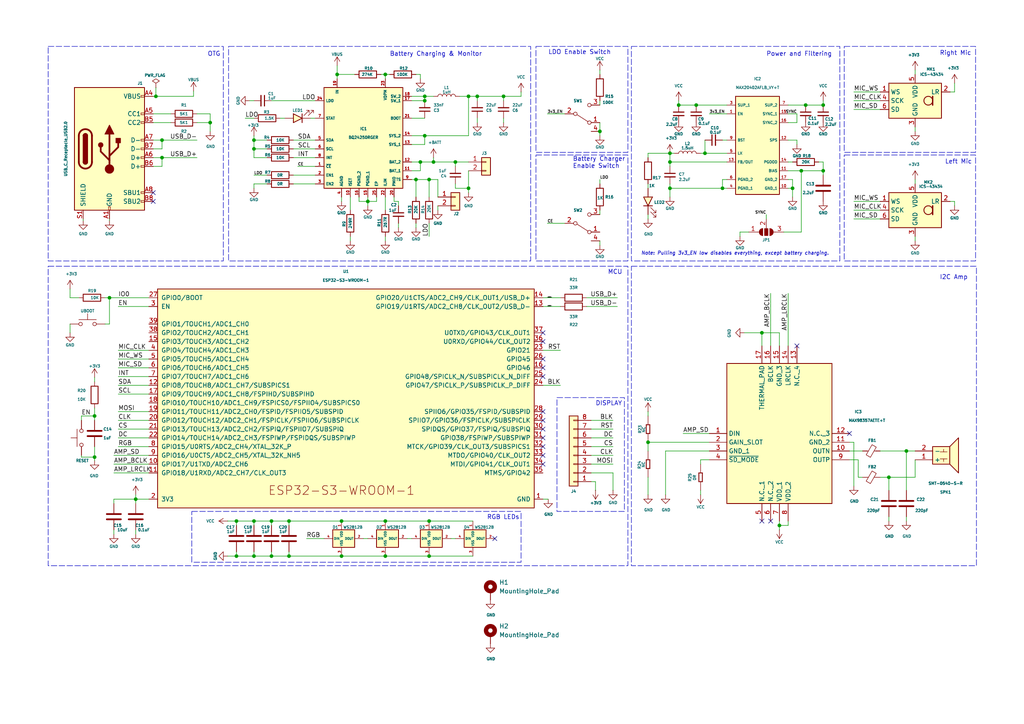
<source format=kicad_sch>
(kicad_sch (version 20250114) (generator "eeschema") (generator_version "9.0")
  (paper "A4")
  (rectangle (start 244.856 13.462) (end 282.956 44.196) (stroke (width 0) (type dash)))
  (rectangle (start 66.294 13.462) (end 153.924 75.692) (stroke (width 0) (type dash)))
  (rectangle (start 183.134 13.462) (end 243.586 75.692) (stroke (width 0) (type dash)))
  (rectangle (start 155.448 13.462) (end 182.118 44.196) (stroke (width 0) (type dash)))
  (rectangle (start 55.626 148.336) (end 151.13 163.068) (stroke (width 0) (type dash)))
  (rectangle (start 244.856 44.958) (end 282.956 75.692) (stroke (width 0) (type dash)))
  (rectangle (start 161.544 115.316) (end 181.102 148.336) (stroke (width 0) (type dash)))
  (rectangle (start 13.97 77.216) (end 182.118 164.084) (stroke (width 0) (type dash)))
  (rectangle (start 13.97 13.462) (end 64.77 75.692) (stroke (width 0) (type dash)))
  (rectangle (start 155.448 44.958) (end 182.118 75.692) (stroke (width 0) (type dash)))
  (rectangle (start 183.134 77.216) (end 283.21 164.084) (stroke (width 0) (type dash)))
  (text "I2C Amp" (at 272.542 81.28 0) (effects (font (size 1.27 1.27)) (justify left bottom)))
  (text "LDO Enable Switch" (at 159.004 16.002 0) (effects (font (size 1.27 1.27)) (justify left bottom)))
  (text "Right Mic" (at 272.542 16.256 0) (effects (font (size 1.27 1.27)) (justify left bottom)))
  (text "Battery Charger \nEnable Switch" (at 166.116 49.022 0) (effects (font (size 1.27 1.27)) (justify left bottom)))
  (text "Left Mic" (at 274.066 47.752 0) (effects (font (size 1.27 1.27)) (justify left bottom)))
  (text "DISPLAY" (at 172.72 117.856 0) (effects (font (size 1.27 1.27)) (justify left bottom)))
  (text "Note: Pulling 3v3_EN low disables everything, except battery charging.\n" (at 185.928 74.168 0) (effects (font (size 1 1) (italic yes)) (justify left bottom)))
  (text "Power and Filtering\n" (at 222.25 16.51 0) (effects (font (size 1.27 1.27)) (justify left bottom)))
  (text "Battery Charging & Monitor" (at 113.03 16.51 0) (effects (font (size 1.27 1.27)) (justify left bottom)))
  (text "OTG" (at 60.198 16.51 0) (effects (font (size 1.27 1.27)) (justify left bottom)))
  (text "RGB LEDs" (at 141.224 150.876 0) (effects (font (size 1.27 1.27)) (justify left bottom)))
  (text "MCU\n" (at 176.276 79.756 0) (effects (font (size 1.27 1.27)) (justify left bottom)))
  (junction (at 125.73 46.99))
  (junction (at 83.82 161.29))
  (junction (at 99.06 161.29))
  (junction (at 83.82 151.13))
  (junction (at 111.76 151.13))
  (junction (at 120.65 52.07))
  (junction (at 31.75 86.36))
  (junction (at 68.58 161.29))
  (junction (at 121.92 46.99))
  (junction (at 194.31 46.99))
  (junction (at 106.68 58.42))
  (junction (at 123.19 39.37))
  (junction (at 229.87 54.61))
  (junction (at 124.46 151.13))
  (junction (at 132.08 46.99))
  (junction (at 68.58 151.13))
  (junction (at 138.43 27.94))
  (junction (at 123.19 27.94))
  (junction (at 60.96 35.56))
  (junction (at 78.74 161.29))
  (junction (at 238.76 49.53))
  (junction (at 46.99 40.64))
  (junction (at 226.06 152.4))
  (junction (at 45.212 27.94))
  (junction (at 135.89 54.61))
  (junction (at 111.76 161.29))
  (junction (at 220.98 96.52))
  (junction (at 39.37 144.78))
  (junction (at 232.41 49.53))
  (junction (at 27.432 132.588))
  (junction (at 146.05 27.94))
  (junction (at 238.76 30.48))
  (junction (at 173.99 38.1))
  (junction (at 201.93 30.48))
  (junction (at 123.19 29.21))
  (junction (at 209.55 54.61))
  (junction (at 73.66 43.18))
  (junction (at 196.85 30.48))
  (junction (at 262.89 130.81))
  (junction (at 73.66 40.64))
  (junction (at 73.66 151.13))
  (junction (at 97.79 21.59))
  (junction (at 233.68 30.48))
  (junction (at 99.06 151.13))
  (junction (at 111.76 21.59))
  (junction (at 187.96 128.27))
  (junction (at 27.432 120.65))
  (junction (at 194.31 54.61))
  (junction (at 204.47 44.45))
  (junction (at 124.46 161.29))
  (junction (at 78.74 151.13))
  (junction (at 257.81 138.43))
  (junction (at 194.31 44.45))
  (junction (at 135.89 27.94))
  (junction (at 46.99 45.72))
  (junction (at 124.46 52.07))
  (junction (at 73.66 161.29))
  (no_connect (at 223.52 151.13))
  (no_connect (at 157.48 104.14))
  (no_connect (at 157.48 109.22))
  (no_connect (at 44.45 55.88))
  (no_connect (at 157.48 96.52))
  (no_connect (at 44.45 58.42))
  (no_connect (at 157.48 124.46))
  (no_connect (at 157.48 99.06))
  (no_connect (at 157.48 106.68))
  (no_connect (at 157.48 127))
  (no_connect (at 157.48 121.92))
  (no_connect (at 143.51 156.21))
  (no_connect (at 246.38 125.73))
  (no_connect (at 157.48 134.62))
  (no_connect (at 231.14 100.33))
  (no_connect (at 157.48 132.08))
  (no_connect (at 157.48 129.54))
  (no_connect (at 157.48 119.38))
  (no_connect (at 220.98 151.13))
  (wire (pts (xy 39.37 144.78) (xy 39.37 146.05)))
  (wire (pts (xy 231.14 33.02) (xy 228.6 33.02)))
  (wire (pts (xy 123.19 27.94) (xy 123.19 29.21)))
  (wire (pts (xy 57.15 45.72) (xy 46.99 45.72)))
  (wire (pts (xy 214.63 67.31) (xy 214.63 68.58)))
  (wire (pts (xy 228.6 152.4) (xy 226.06 152.4)))
  (wire (pts (xy 173.99 52.07) (xy 173.99 53.34)))
  (wire (pts (xy 78.74 151.13) (xy 83.82 151.13)))
  (wire (pts (xy 157.48 144.78) (xy 159.004 144.78)))
  (wire (pts (xy 60.96 33.02) (xy 60.96 35.56)))
  (wire (pts (xy 171.45 137.16) (xy 177.8 137.16)))
  (wire (pts (xy 177.8 124.46) (xy 171.45 124.46)))
  (wire (pts (xy 56.134 27.94) (xy 56.134 26.416)))
  (wire (pts (xy 177.8 129.54) (xy 171.45 129.54)))
  (wire (pts (xy 231.14 40.64) (xy 231.14 41.91)))
  (wire (pts (xy 78.74 29.21) (xy 91.44 29.21)))
  (wire (pts (xy 238.76 29.21) (xy 238.76 30.48)))
  (wire (pts (xy 73.66 151.13) (xy 73.66 152.4)))
  (wire (pts (xy 229.87 54.61) (xy 229.87 57.15)))
  (wire (pts (xy 237.49 46.99) (xy 238.76 46.99)))
  (wire (pts (xy 111.76 151.13) (xy 124.46 151.13)))
  (wire (pts (xy 233.68 30.48) (xy 238.76 30.48)))
  (wire (pts (xy 73.66 53.34) (xy 73.66 54.61)))
  (wire (pts (xy 210.82 54.61) (xy 209.55 54.61)))
  (wire (pts (xy 162.56 111.76) (xy 157.48 111.76)))
  (wire (pts (xy 187.96 143.51) (xy 187.96 138.43)))
  (wire (pts (xy 125.73 46.99) (xy 121.92 46.99)))
  (wire (pts (xy 60.96 35.56) (xy 60.96 38.1)))
  (wire (pts (xy 226.06 96.52) (xy 220.98 96.52)))
  (wire (pts (xy 34.29 106.68) (xy 43.18 106.68)))
  (wire (pts (xy 138.43 27.94) (xy 138.43 29.21)))
  (wire (pts (xy 247.65 31.75) (xy 255.27 31.75)))
  (wire (pts (xy 23.622 120.65) (xy 23.622 121.92)))
  (wire (pts (xy 210.82 52.07) (xy 209.55 52.07)))
  (wire (pts (xy 119.38 156.21) (xy 118.11 156.21)))
  (wire (pts (xy 111.76 60.96) (xy 111.76 57.15)))
  (wire (pts (xy 23.622 132.08) (xy 23.622 132.588)))
  (wire (pts (xy 173.99 60.96) (xy 173.99 62.23)))
  (wire (pts (xy 109.22 57.15) (xy 109.22 58.42)))
  (wire (pts (xy 73.66 151.13) (xy 78.74 151.13)))
  (wire (pts (xy 71.12 34.29) (xy 73.66 34.29)))
  (wire (pts (xy 209.55 40.64) (xy 210.82 40.64)))
  (wire (pts (xy 99.06 58.42) (xy 99.06 57.15)))
  (wire (pts (xy 124.46 161.29) (xy 137.16 161.29)))
  (wire (pts (xy 187.96 53.34) (xy 187.96 54.61)))
  (wire (pts (xy 196.85 29.21) (xy 196.85 30.48)))
  (wire (pts (xy 120.65 52.07) (xy 120.65 57.15)))
  (wire (pts (xy 119.38 34.29) (xy 123.19 34.29)))
  (wire (pts (xy 33.02 154.94) (xy 33.02 153.67)))
  (wire (pts (xy 255.27 138.43) (xy 257.81 138.43)))
  (wire (pts (xy 33.02 132.08) (xy 43.18 132.08)))
  (wire (pts (xy 170.18 86.36) (xy 179.07 86.36)))
  (wire (pts (xy 135.89 27.94) (xy 133.35 27.94)))
  (wire (pts (xy 44.45 40.64) (xy 46.99 40.64)))
  (wire (pts (xy 83.82 151.13) (xy 99.06 151.13)))
  (wire (pts (xy 73.66 40.64) (xy 73.66 39.37)))
  (wire (pts (xy 124.46 68.58) (xy 124.46 64.77)))
  (wire (pts (xy 123.19 41.91) (xy 123.19 39.37)))
  (wire (pts (xy 120.65 52.07) (xy 124.46 52.07)))
  (wire (pts (xy 226.06 153.67) (xy 226.06 152.4)))
  (wire (pts (xy 106.68 58.42) (xy 106.68 57.15)))
  (wire (pts (xy 276.86 26.67) (xy 275.59 26.67)))
  (wire (pts (xy 73.66 161.29) (xy 78.74 161.29)))
  (wire (pts (xy 34.29 104.14) (xy 43.18 104.14)))
  (wire (pts (xy 119.38 52.07) (xy 120.65 52.07)))
  (wire (pts (xy 203.2 133.35) (xy 203.2 134.62)))
  (wire (pts (xy 83.82 151.13) (xy 83.82 152.4)))
  (wire (pts (xy 170.18 88.9) (xy 179.07 88.9)))
  (wire (pts (xy 194.31 54.61) (xy 194.31 53.34)))
  (wire (pts (xy 232.41 49.53) (xy 238.76 49.53)))
  (wire (pts (xy 101.6 69.85) (xy 101.6 68.58)))
  (wire (pts (xy 124.46 151.13) (xy 137.16 151.13)))
  (wire (pts (xy 85.09 50.8) (xy 91.44 50.8)))
  (wire (pts (xy 151.13 26.67) (xy 151.13 27.94)))
  (wire (pts (xy 34.29 109.22) (xy 43.18 109.22)))
  (wire (pts (xy 177.8 121.92) (xy 171.45 121.92)))
  (wire (pts (xy 247.65 58.42) (xy 255.27 58.42)))
  (wire (pts (xy 68.58 161.29) (xy 73.66 161.29)))
  (wire (pts (xy 86.36 48.26) (xy 91.44 48.26)))
  (wire (pts (xy 209.55 52.07) (xy 209.55 54.61)))
  (wire (pts (xy 217.17 67.31) (xy 214.63 67.31)))
  (wire (pts (xy 34.29 127) (xy 43.18 127)))
  (wire (pts (xy 203.2 44.45) (xy 204.47 44.45)))
  (wire (pts (xy 23.622 132.588) (xy 27.432 132.588)))
  (wire (pts (xy 34.29 124.46) (xy 43.18 124.46)))
  (wire (pts (xy 44.45 48.26) (xy 46.99 48.26)))
  (wire (pts (xy 119.38 49.53) (xy 121.92 49.53)))
  (wire (pts (xy 44.45 33.02) (xy 49.53 33.02)))
  (wire (pts (xy 138.43 27.94) (xy 146.05 27.94)))
  (wire (pts (xy 262.89 130.81) (xy 265.43 130.81)))
  (wire (pts (xy 33.02 134.62) (xy 43.18 134.62)))
  (wire (pts (xy 111.76 161.29) (xy 124.46 161.29)))
  (wire (pts (xy 162.56 101.6) (xy 157.48 101.6)))
  (wire (pts (xy 90.17 34.29) (xy 91.44 34.29)))
  (wire (pts (xy 73.66 29.21) (xy 72.39 29.21)))
  (wire (pts (xy 177.8 137.16) (xy 177.8 142.24)))
  (wire (pts (xy 78.74 160.02) (xy 78.74 161.29)))
  (wire (pts (xy 111.76 21.59) (xy 113.03 21.59)))
  (wire (pts (xy 99.06 151.13) (xy 111.76 151.13)))
  (wire (pts (xy 209.55 54.61) (xy 194.31 54.61)))
  (wire (pts (xy 177.8 132.08) (xy 171.45 132.08)))
  (wire (pts (xy 132.08 54.61) (xy 135.89 54.61)))
  (wire (pts (xy 66.04 161.29) (xy 68.58 161.29)))
  (wire (pts (xy 187.96 128.27) (xy 187.96 130.81)))
  (wire (pts (xy 106.68 59.69) (xy 106.68 58.42)))
  (wire (pts (xy 73.66 160.02) (xy 73.66 161.29)))
  (wire (pts (xy 194.31 54.61) (xy 194.31 57.15)))
  (wire (pts (xy 27.432 118.364) (xy 27.432 120.65)))
  (wire (pts (xy 204.47 44.45) (xy 210.82 44.45)))
  (wire (pts (xy 120.65 21.59) (xy 121.92 21.59)))
  (wire (pts (xy 276.86 58.42) (xy 275.59 58.42)))
  (wire (pts (xy 27.432 120.65) (xy 23.622 120.65)))
  (wire (pts (xy 265.43 20.32) (xy 265.43 21.59)))
  (wire (pts (xy 132.08 46.99) (xy 135.89 46.99)))
  (wire (pts (xy 68.58 160.02) (xy 68.58 161.29)))
  (wire (pts (xy 228.6 49.53) (xy 232.41 49.53)))
  (wire (pts (xy 46.99 43.18) (xy 44.45 43.18)))
  (wire (pts (xy 246.38 128.27) (xy 247.65 128.27)))
  (wire (pts (xy 195.58 44.45) (xy 194.31 44.45)))
  (wire (pts (xy 220.98 100.33) (xy 220.98 96.52)))
  (wire (pts (xy 265.43 69.85) (xy 265.43 68.58)))
  (wire (pts (xy 97.79 21.59) (xy 97.79 22.86)))
  (wire (pts (xy 46.99 40.64) (xy 46.99 43.18)))
  (wire (pts (xy 210.82 33.02) (xy 205.74 33.02)))
  (wire (pts (xy 125.73 45.72) (xy 125.73 46.99)))
  (wire (pts (xy 135.89 27.94) (xy 138.43 27.94)))
  (wire (pts (xy 34.29 121.92) (xy 43.18 121.92)))
  (wire (pts (xy 196.85 30.48) (xy 201.93 30.48)))
  (wire (pts (xy 265.43 133.35) (xy 265.43 138.43)))
  (wire (pts (xy 66.04 151.13) (xy 68.58 151.13)))
  (wire (pts (xy 34.29 88.9) (xy 43.18 88.9)))
  (wire (pts (xy 247.65 60.96) (xy 255.27 60.96)))
  (wire (pts (xy 146.05 27.94) (xy 146.05 29.21)))
  (wire (pts (xy 119.38 41.91) (xy 123.19 41.91)))
  (wire (pts (xy 257.81 151.13) (xy 257.81 149.86)))
  (wire (pts (xy 24.13 64.008) (xy 24.13 63.5)))
  (wire (pts (xy 119.38 29.21) (xy 123.19 29.21)))
  (wire (pts (xy 49.53 35.56) (xy 44.45 35.56)))
  (wire (pts (xy 162.56 88.9) (xy 157.48 88.9)))
  (wire (pts (xy 262.89 130.81) (xy 262.89 142.24)))
  (wire (pts (xy 27.432 120.65) (xy 27.432 121.92)))
  (wire (pts (xy 30.48 93.98) (xy 31.75 93.98)))
  (wire (pts (xy 77.47 40.64) (xy 73.66 40.64)))
  (wire (pts (xy 220.98 96.52) (xy 215.9 96.52)))
  (wire (pts (xy 222.25 62.23) (xy 222.25 63.5)))
  (wire (pts (xy 85.09 40.64) (xy 91.44 40.64)))
  (wire (pts (xy 227.33 67.31) (xy 232.41 67.31)))
  (wire (pts (xy 132.08 156.21) (xy 130.81 156.21)))
  (wire (pts (xy 46.99 40.64) (xy 57.15 40.64)))
  (wire (pts (xy 201.93 30.48) (xy 210.82 30.48)))
  (wire (pts (xy 193.04 130.81) (xy 193.04 143.51)))
  (wire (pts (xy 120.65 66.04) (xy 120.65 64.77)))
  (wire (pts (xy 27.432 132.588) (xy 27.432 133.604)))
  (wire (pts (xy 33.02 137.16) (xy 43.18 137.16)))
  (wire (pts (xy 60.96 35.56) (xy 57.15 35.56)))
  (wire (pts (xy 115.57 64.77) (xy 115.57 66.04)))
  (wire (pts (xy 198.12 125.73) (xy 205.74 125.73)))
  (wire (pts (xy 85.09 53.34) (xy 91.44 53.34)))
  (wire (pts (xy 146.05 27.94) (xy 151.13 27.94)))
  (wire (pts (xy 265.43 38.1) (xy 265.43 36.83)))
  (wire (pts (xy 205.74 133.35) (xy 203.2 133.35)))
  (wire (pts (xy 231.14 35.56) (xy 231.14 33.02)))
  (wire (pts (xy 132.08 46.99) (xy 132.08 48.26)))
  (wire (pts (xy 173.99 35.56) (xy 173.99 38.1)))
  (wire (pts (xy 146.05 34.29) (xy 146.05 35.56)))
  (wire (pts (xy 111.76 69.85) (xy 111.76 68.58)))
  (wire (pts (xy 85.09 43.18) (xy 91.44 43.18)))
  (wire (pts (xy 78.74 151.13) (xy 78.74 152.4)))
  (wire (pts (xy 250.19 130.81) (xy 246.38 130.81)))
  (wire (pts (xy 172.72 142.24) (xy 172.72 139.7)))
  (wire (pts (xy 228.6 151.13) (xy 228.6 152.4)))
  (wire (pts (xy 31.75 63.5) (xy 31.75 64.008)))
  (wire (pts (xy 34.29 101.6) (xy 43.18 101.6)))
  (wire (pts (xy 114.3 57.15) (xy 114.3 58.42)))
  (wire (pts (xy 228.6 85.09) (xy 228.6 100.33)))
  (wire (pts (xy 85.09 45.72) (xy 91.44 45.72)))
  (wire (pts (xy 111.76 21.59) (xy 111.76 22.86)))
  (wire (pts (xy 262.89 151.13) (xy 262.89 149.86)))
  (wire (pts (xy 204.47 40.64) (xy 204.47 44.45)))
  (wire (pts (xy 265.43 138.43) (xy 257.81 138.43)))
  (wire (pts (xy 110.49 21.59) (xy 111.76 21.59)))
  (wire (pts (xy 177.8 127) (xy 171.45 127)))
  (wire (pts (xy 276.86 58.42) (xy 276.86 59.69)))
  (wire (pts (xy 77.47 50.8) (xy 73.66 50.8)))
  (wire (pts (xy 177.8 134.62) (xy 171.45 134.62)))
  (wire (pts (xy 104.14 57.15) (xy 104.14 58.42)))
  (wire (pts (xy 247.65 29.21) (xy 255.27 29.21)))
  (wire (pts (xy 238.76 46.99) (xy 238.76 49.53)))
  (wire (pts (xy 106.68 156.21) (xy 105.41 156.21)))
  (wire (pts (xy 27.432 109.474) (xy 27.432 110.744)))
  (wire (pts (xy 39.37 154.94) (xy 39.37 153.67)))
  (wire (pts (xy 33.02 144.78) (xy 39.37 144.78)))
  (wire (pts (xy 39.37 144.78) (xy 43.18 144.78)))
  (wire (pts (xy 226.06 152.4) (xy 226.06 151.13)))
  (wire (pts (xy 31.75 86.36) (xy 43.18 86.36)))
  (wire (pts (xy 97.79 21.59) (xy 102.87 21.59)))
  (wire (pts (xy 101.6 60.96) (xy 101.6 57.15)))
  (wire (pts (xy 45.212 25.4) (xy 45.212 27.94)))
  (wire (pts (xy 119.38 27.94) (xy 123.19 27.94)))
  (wire (pts (xy 119.38 46.99) (xy 121.92 46.99)))
  (wire (pts (xy 187.96 119.38) (xy 187.96 120.65)))
  (wire (pts (xy 46.99 48.26) (xy 46.99 45.72)))
  (wire (pts (xy 135.89 54.61) (xy 135.89 55.88)))
  (wire (pts (xy 187.96 44.45) (xy 187.96 45.72)))
  (wire (pts (xy 228.6 54.61) (xy 229.87 54.61)))
  (wire (pts (xy 78.74 161.29) (xy 83.82 161.29)))
  (wire (pts (xy 187.96 44.45) (xy 194.31 44.45)))
  (wire (pts (xy 57.15 33.02) (xy 60.96 33.02)))
  (wire (pts (xy 248.92 138.43) (xy 248.92 133.35)))
  (wire (pts (xy 228.6 52.07) (xy 229.87 52.07)))
  (wire (pts (xy 228.6 40.64) (xy 231.14 40.64)))
  (wire (pts (xy 97.79 19.05) (xy 97.79 21.59)))
  (wire (pts (xy 73.66 45.72) (xy 73.66 43.18)))
  (wire (pts (xy 135.89 49.53) (xy 135.89 54.61)))
  (wire (pts (xy 173.99 29.21) (xy 173.99 30.48)))
  (wire (pts (xy 114.3 58.42) (xy 115.57 58.42)))
  (wire (pts (xy 115.57 58.42) (xy 115.57 59.69)))
  (wire (pts (xy 127 57.15) (xy 127 52.07)))
  (wire (pts (xy 162.56 86.36) (xy 157.48 86.36)))
  (wire (pts (xy 228.6 30.48) (xy 233.68 30.48)))
  (wire (pts (xy 46.99 45.72) (xy 44.45 45.72)))
  (wire (pts (xy 247.65 26.67) (xy 255.27 26.67)))
  (wire (pts (xy 187.96 128.27) (xy 205.74 128.27)))
  (wire (pts (xy 250.19 138.43) (xy 248.92 138.43)))
  (wire (pts (xy 77.47 43.18) (xy 73.66 43.18)))
  (wire (pts (xy 194.31 46.99) (xy 210.82 46.99)))
  (wire (pts (xy 135.89 39.37) (xy 135.89 27.94)))
  (wire (pts (xy 163.83 33.02) (xy 158.75 33.02)))
  (wire (pts (xy 247.65 63.5) (xy 255.27 63.5)))
  (wire (pts (xy 132.08 53.34) (xy 132.08 54.61)))
  (wire (pts (xy 223.52 85.09) (xy 223.52 100.33)))
  (wire (pts (xy 173.99 38.1) (xy 173.99 39.37)))
  (wire (pts (xy 99.06 161.29) (xy 111.76 161.29)))
  (wire (pts (xy 257.81 138.43) (xy 257.81 142.24)))
  (wire (pts (xy 104.14 58.42) (xy 106.68 58.42)))
  (wire (pts (xy 33.02 146.05) (xy 33.02 144.78)))
  (wire (pts (xy 187.96 62.23) (xy 187.96 63.5)))
  (wire (pts (xy 30.48 86.36) (xy 31.75 86.36)))
  (wire (pts (xy 163.83 64.77) (xy 158.75 64.77)))
  (wire (pts (xy 121.92 21.59) (xy 121.92 22.86)))
  (wire (pts (xy 77.47 53.34) (xy 73.66 53.34)))
  (wire (pts (xy 123.19 27.94) (xy 125.73 27.94)))
  (wire (pts (xy 229.87 52.07) (xy 229.87 54.61)))
  (wire (pts (xy 119.38 39.37) (xy 123.19 39.37)))
  (wire (pts (xy 83.82 160.02) (xy 83.82 161.29)))
  (wire (pts (xy 248.92 133.35) (xy 246.38 133.35)))
  (wire (pts (xy 123.19 39.37) (xy 135.89 39.37)))
  (wire (pts (xy 232.41 67.31) (xy 232.41 49.53)))
  (wire (pts (xy 27.432 129.54) (xy 27.432 132.588)))
  (wire (pts (xy 124.46 52.07) (xy 124.46 57.15)))
  (wire (pts (xy 31.75 93.98) (xy 31.75 86.36)))
  (wire (pts (xy 127 60.96) (xy 127 59.69)))
  (wire (pts (xy 265.43 52.07) (xy 265.43 53.34)))
  (wire (pts (xy 83.82 161.29) (xy 99.06 161.29)))
  (wire (pts (xy 34.29 129.54) (xy 43.18 129.54)))
  (wire (pts (xy 127 52.07) (xy 124.46 52.07)))
  (wire (pts (xy 106.68 58.42) (xy 109.22 58.42)))
  (wire (pts (xy 20.32 93.98) (xy 20.32 96.52)))
  (wire (pts (xy 34.29 111.76) (xy 43.18 111.76)))
  (wire (pts (xy 238.76 49.53) (xy 238.76 50.8)))
  (wire (pts (xy 68.58 151.13) (xy 73.66 151.13)))
  (wire (pts (xy 88.9 156.21) (xy 93.98 156.21)))
  (wire (pts (xy 205.74 130.81) (xy 193.04 130.81)))
  (wire (pts (xy 173.99 20.32) (xy 173.99 21.59)))
  (wire (pts (xy 20.32 86.36) (xy 22.86 86.36)))
  (wire (pts (xy 171.45 139.7) (xy 172.72 139.7)))
  (wire (pts (xy 34.29 119.38) (xy 43.18 119.38)))
  (wire (pts (xy 173.99 69.85) (xy 173.99 71.12)))
  (wire (pts (xy 226.06 100.33) (xy 226.06 96.52)))
  (wire (pts (xy 81.28 34.29) (xy 82.55 34.29)))
  (wire (pts (xy 73.66 43.18) (xy 73.66 40.64)))
  (wire (pts (xy 39.37 143.51) (xy 39.37 144.78)))
  (wire (pts (xy 20.32 83.82) (xy 20.32 86.36)))
  (wire (pts (xy 247.65 128.27) (xy 247.65 140.97)))
  (wire (pts (xy 194.31 44.45) (xy 194.31 46.99)))
  (wire (pts (xy 68.58 151.13) (xy 68.58 152.4)))
  (wire (pts (xy 44.45 27.94) (xy 45.212 27.94)))
  (wire (pts (xy 255.27 130.81) (xy 262.89 130.81)))
  (wire (pts (xy 194.31 48.26) (xy 194.31 46.99)))
  (wire (pts (xy 45.212 27.94) (xy 56.134 27.94)))
  (wire (pts (xy 276.86 24.13) (xy 276.86 26.67)))
  (wire (pts (xy 77.47 45.72) (xy 73.66 45.72)))
  (wire (pts (xy 34.29 114.3) (xy 43.18 114.3)))
  (wire (pts (xy 125.73 46.99) (xy 132.08 46.99)))
  (wire (pts (xy 138.43 34.29) (xy 138.43 35.56)))
  (wire (pts (xy 121.92 49.53) (xy 121.92 46.99)))
  (wire (pts (xy 203.2 143.51) (xy 203.2 142.24)))
  (wire (pts (xy 229.87 46.99) (xy 228.6 46.99)))
  (wire (pts (xy 228.6 35.56) (xy 231.14 35.56)))
  (label "CS" (at 177.8 129.54 180))
  (label "USB_D+" (at 57.15 45.72 180))
  (label "CE" (at 158.75 64.77 0) (effects (font (size 0.8 0.8))))
  (label "LDO" (at 71.12 34.29 0))
  (label "DC" (at 34.29 127 0))
  (label "AMP_LRCLK" (at 33.02 137.16 0))
  (label "EN" (at 34.29 88.9 0))
  (label "USBD-" (at 158.75 88.9 0) (effects (font (size 0.25 0.25))))
  (label "3v3_EN" (at 158.75 33.02 0) (effects (font (size 0.8 0.8))))
  (label "MIC_SD" (at 247.65 63.5 0))
  (label "CE" (at 86.36 48.26 0) (effects (font (size 0.8 0.8))))
  (label "MIC_SD" (at 247.65 31.75 0))
  (label "DC" (at 177.8 127 180))
  (label "USB_D-" (at 57.15 40.64 180))
  (label "LDO" (at 87.63 29.21 0))
  (label "BLK" (at 162.56 111.76 180))
  (label "MIC_SD" (at 34.29 106.68 0))
  (label "INT" (at 86.36 45.72 0))
  (label "RGB" (at 34.29 129.54 0))
  (label "SCL" (at 86.36 43.18 0))
  (label "RST" (at 177.8 124.46 180))
  (label "LDO" (at 173.99 52.07 0) (effects (font (size 0.8 0.8))))
  (label "BLK" (at 177.8 121.92 180))
  (label "SYNC" (at 231.14 33.02 180) (effects (font (size 0.8 0.8))))
  (label "SDA" (at 34.29 111.76 0))
  (label "USBD+" (at 158.75 86.36 0) (effects (font (size 0.25 0.25))))
  (label "MIC_CLK" (at 247.65 60.96 0))
  (label "RGB" (at 88.9 156.21 0))
  (label "MIC_WS" (at 247.65 26.67 0))
  (label "AMP_LRCLK" (at 228.6 85.09 270))
  (label "3v3_EN" (at 205.74 33.02 0) (effects (font (size 0.8 0.8))))
  (label "CS" (at 34.29 124.46 0))
  (label "AMP_BCLK" (at 33.02 134.62 0))
  (label "EN" (at 23.622 120.65 0))
  (label "AMP_BCLK" (at 223.52 85.09 270))
  (label "IO0" (at 34.29 86.36 0))
  (label "MIC_CLK" (at 34.29 101.6 0))
  (label "CLK" (at 177.8 132.08 180))
  (label "USB_D+" (at 179.07 86.36 180))
  (label "USB_D-" (at 179.07 88.9 180))
  (label "MIC_WS" (at 247.65 58.42 0))
  (label "MOSI" (at 177.8 134.62 180))
  (label "LDO" (at 73.66 50.8 0) (effects (font (size 0.8 0.8))))
  (label "LDO" (at 124.46 68.58 90))
  (label "RST" (at 162.56 101.6 180))
  (label "SYNC" (at 222.25 62.23 180) (effects (font (size 0.8 0.8))))
  (label "MOSI" (at 34.29 119.38 0))
  (label "SCL" (at 34.29 114.3 0))
  (label "INT" (at 34.29 109.22 0))
  (label "MIC_WS" (at 34.29 104.14 0))
  (label "MIC_CLK" (at 247.65 29.21 0))
  (label "CLK" (at 34.29 121.92 0))
  (label "AMP_SD" (at 33.02 132.08 0))
  (label "SDA" (at 86.36 40.64 0))
  (label "AMP_SD" (at 198.12 125.73 0))
  (symbol (lib_id "Device:R") (at 106.68 21.59 270) (unit 1)
    (property "Reference" "R10" (at 105.664 19.812 90) (effects (font (size 0.8 0.8)) (justify left)))
    (property "Value" "274K" (at 104.902 21.59 90) (effects (font (size 0.8 0.8)) (justify left)))
    (property "Footprint" "Resistor_SMD:R_0603_1608Metric" (effects (hide yes)))
    (property "DigiKey Part Number" "P1.00KHCT-ND" (effects (hide yes)))
    (property "DigiKey Link" "https://www.digikey.in/en/products/detail/panasonic-electronic-components/ERJ-3EKF1001V/196032" (effects (hide yes)))
    (property "Manufacturer" "Panasonic Electronic Components" (effects (hide yes)))
    (property "Manufacturer Product Number" "ERJ-3EKF1001V" (effects (hide yes)))
  )
  (symbol (lib_id "Device:C") (at 257.81 146.05 0) (mirror y) (unit 1)
    (property "Reference" "C21" (at 254.889 144.8816 0) (effects (font (size 0.8 0.8)) (justify left)))
    (property "Value" "220pF" (at 255.27 148.082 0) (effects (font (size 0.8 0.8)) (justify left)))
    (property "Footprint" "Capacitor_SMD:C_0603_1608Metric" (effects (hide yes)))
    (property "DigiKey Part Number" "490-10018-1-ND" (effects (hide yes)))
    (property "DigiKey Link" "https://www.digikey.in/en/products/detail/murata-electronics/GRM155R61E105MA12D/4905141" (effects (hide yes)))
    (property "Manufacturer" "Murata Electronics" (effects (hide yes)))
    (property "Manufacturer Product Number" "GRM155R61E105MA12D" (effects (hide yes)))
  )
  (symbol (lib_id "power:VCC") (at 196.85 29.21 0) (unit 1)
    (property "Reference" "#PWR0129" (effects (hide yes)))
    (property "Value" "VCC" (at 196.85 24.892 0) (effects (font (size 0.8 0.8))))
    (property "Description" "Power symbol creates a global label with name \"VCC\"" (effects (hide yes)))
  )
  (symbol (lib_id "power:GND") (at 20.32 96.52 0) (unit 1)
    (property "Reference" "#PWR0159" (effects (hide yes)))
    (property "Value" "GND" (at 20.32 100.076 0) (effects (font (size 0.8 0.8))))
  )
  (symbol (lib_id "Device:R") (at 81.28 53.34 90) (unit 1)
    (property "Reference" "R8" (at 78.486 52.578 90) (effects (font (size 0.8 0.8)) (justify left)))
    (property "Value" "0R" (at 82.042 53.34 90) (effects (font (size 0.8 0.8)) (justify left)))
    (property "Footprint" "Resistor_SMD:R_0603_1608Metric" (effects (hide yes)))
    (property "DigiKey Part Number" "P1.00KHCT-ND" (effects (hide yes)))
    (property "DigiKey Link" "https://www.digikey.in/en/products/detail/panasonic-electronic-components/ERJ-3EKF1001V/196032" (effects (hide yes)))
    (property "Manufacturer" "Panasonic Electronic Components" (effects (hide yes)))
    (property "Manufacturer Product Number" "ERJ-3EKF1001V" (effects (hide yes)))
  )
  (symbol (lib_id "Device:R") (at 101.6 64.77 0) (unit 1)
    (property "Reference" "R9" (at 99.822 65.786 90) (effects (font (size 0.8 0.8)) (justify left)))
    (property "Value" "249R" (at 101.6 66.294 90) (effects (font (size 0.8 0.8)) (justify left)))
    (property "Footprint" "Resistor_SMD:R_0603_1608Metric" (effects (hide yes)))
    (property "DigiKey Part Number" "P1.00KHCT-ND" (effects (hide yes)))
    (property "DigiKey Link" "https://www.digikey.in/en/products/detail/panasonic-electronic-components/ERJ-3EKF1001V/196032" (effects (hide yes)))
    (property "Manufacturer" "Panasonic Electronic Components" (effects (hide yes)))
    (property "Manufacturer Product Number" "ERJ-3EKF1001V" (effects (hide yes)))
  )
  (symbol (lib_id "power:GND") (at 31.75 64.008 0) (unit 1)
    (property "Reference" "#PWR0108" (effects (hide yes)))
    (property "Value" "GND" (at 31.75 67.818 0) (effects (font (size 0.8 0.8))))
  )
  (symbol (lib_id "Ludo:+3V3") (at 172.72 142.24 180) (unit 1)
    (property "Reference" "#PWR0142" (effects (hide yes)))
    (property "Value" "+3V3" (at 172.847 145.8722 0) (effects (font (size 0.8 0.8))))
  )
  (symbol (lib_id "power:GND") (at 106.68 59.69 0) (unit 1)
    (property "Reference" "#PWR0115" (effects (hide yes)))
    (property "Value" "GND" (at 106.68 62.992 0) (effects (font (size 0.8 0.8))))
  )
  (symbol (lib_id "power:VCC") (at 203.2 143.51 180) (unit 1)
    (property "Reference" "#PWR0168" (effects (hide yes)))
    (property "Value" "VCC" (at 203.2 147.066 0) (effects (font (size 0.8 0.8))))
    (property "Description" "Power symbol creates a global label with name \"VCC\"" (effects (hide yes)))
  )
  (symbol (lib_id "power:GND") (at 127 60.96 0) (unit 1)
    (property "Reference" "#PWR0114" (effects (hide yes)))
    (property "Value" "GND" (at 127 64.77 0) (effects (font (size 0.8 0.8))))
  )
  (symbol (lib_id "power:VBUS") (at 97.79 19.05 0) (unit 1)
    (property "Reference" "#PWR0112" (effects (hide yes)))
    (property "Value" "VBUS" (at 97.79 15.748 0) (effects (font (size 0.8 0.8))))
  )
  (symbol (lib_id "Device:C") (at 238.76 54.61 0) (mirror y) (unit 1)
    (property "Reference" "C13" (at 236.22 53.34 0) (effects (font (size 0.8 0.8)) (justify left)))
    (property "Value" "2.2uF" (at 236.22 55.88 0) (effects (font (size 0.8 0.8)) (justify left)))
    (property "Footprint" "Capacitor_SMD:C_0603_1608Metric" (effects (hide yes)))
    (property "DigiKey Part Number" "490-6328-1-ND" (effects (hide yes)))
    (property "DigiKey Link" "https://www.digikey.in/en/products/detail/murata-electronics/GRM155R71C104KA88J/2610892" (effects (hide yes)))
    (property "Manufacturer" "Murata Electronics" (effects (hide yes)))
    (property "Manufacturer Product Number" "GRM155R71C104KA88J" (effects (hide yes)))
  )
  (symbol (lib_id "Espressif:ESP32-S3-WROOM-1") (at 99.06 116.84 0) (unit 1)
    (property "Reference" "U1" (at 100.33 78.74 0) (effects (font (size 0.8 0.8))))
    (property "Value" "ESP32-S3-WROOM-1" (at 100.33 81.28 0) (effects (font (size 0.8 0.8))))
    (property "Footprint" "Espressif:ESP32-S3-WROOM-1" (effects (hide yes)))
    (property "Datasheet" "https://www.espressif.com/sites/default/files/documentation/esp32-s3-wroom-1_wroom-1u_datasheet_en.pdf" (effects (hide yes)))
    (property "DigiKey Part Number" "1965-ESP32-S3-WROOM-1-N16R8CT-ND" (effects (hide yes)))
    (property "DigiKey Link" "https://www.digikey.in/en/products/detail/espressif-systems/ESP32-S3-WROOM-1-N16R8/16162642" (effects (hide yes)))
    (property "Manufacturer" "Espressif Systems" (effects (hide yes)))
    (property "Manufacturer Product Number" "ESP32-S3-WROOM-1-N16R8" (effects (hide yes)))
  )
  (symbol (lib_id "Device:C") (at 39.37 149.86 0) (mirror y) (unit 1)
    (property "Reference" "C16" (at 41.656 152.4 0) (effects (font (size 0.8 0.8)) (justify left)))
    (property "Value" "0.1uF" (at 43.434 153.67 0) (effects (font (size 0.8 0.8)) (justify left)))
    (property "Footprint" "Capacitor_SMD:C_0603_1608Metric" (effects (hide yes)))
    (property "DigiKey Part Number" "490-6328-1-ND" (effects (hide yes)))
    (property "DigiKey Link" "https://www.digikey.in/en/products/detail/murata-electronics/GRM155R71C104KA88J/2610892" (effects (hide yes)))
    (property "Manufacturer" "Murata Electronics" (effects (hide yes)))
    (property "Manufacturer Product Number" "GRM155R71C104KA88J" (effects (hide yes)))
  )
  (symbol (lib_id "power:GND") (at 66.04 161.29 270) (unit 1)
    (property "Reference" "#PWR0157" (effects (hide yes)))
    (property "Value" "GND" (at 62.484 161.29 0) (effects (font (size 0.8 0.8))))
  )
  (symbol (lib_id "Device:C_Small") (at 132.08 50.8 180) (unit 1)
    (property "Reference" "C4" (at 129.54 51.054 0) (effects (font (size 0.8 0.8)) (justify left)))
    (property "Value" "1uF" (at 129.54 49.5238 0) (effects (font (size 0.8 0.8)) (justify left)))
    (property "Footprint" "Capacitor_SMD:C_0603_1608Metric" (effects (hide yes)))
    (property "Description" "Unpolarized capacitor, small symbol" (effects (hide yes)))
  )
  (symbol (lib_id "power:+3V3") (at 265.43 52.07 0) (mirror y) (unit 1)
    (property "Reference" "#PWR0122" (effects (hide yes)))
    (property "Value" "+3V3" (at 265.049 47.6758 0) (effects (font (size 0.8 0.8))))
  )
  (symbol (lib_id "Discreted:R") (at 203.2 138.43 90) (mirror x) (unit 1)
    (property "Reference" "R25" (at 199.644 139.7 0) (effects (font (size 0.8 0.8)) (justify right top)))
    (property "Value" "0R" (at 201.93 137.668 0) (effects (font (size 0.8 0.8)) (justify left bottom)))
    (property "Footprint" "Resistor_SMD:R_0603_1608Metric" (effects (hide yes)))
  )
  (symbol (lib_id "Device:C_Small") (at 138.43 31.75 0) (mirror x) (unit 1)
    (property "Reference" "C5" (at 140.97 32.004 0) (effects (font (size 0.8 0.8)) (justify left)))
    (property "Value" "22uF" (at 140.97 30.4738 0) (effects (font (size 0.8 0.8)) (justify left)))
    (property "Footprint" "Capacitor_SMD:C_0805_2012Metric" (effects (hide yes)))
    (property "Description" "Unpolarized capacitor, small symbol" (effects (hide yes)))
  )
  (symbol (lib_id "power:GND") (at 196.85 35.56 0) (unit 1)
    (property "Reference" "#PWR0128" (effects (hide yes)))
    (property "Value" "GND" (at 196.85 38.862 0) (effects (font (size 0.8 0.8))))
  )
  (symbol (lib_name "LED_1") (lib_id "Device:LED") (at 187.96 58.42 90) (unit 1)
    (property "Reference" "LED2" (at 191.262 58.674 90) (effects (font (size 0.8 0.8))))
    (property "Value" "LED Red" (effects (hide yes)))
    (property "Footprint" "LED_SMD:LED_0603_1608Metric" (effects (hide yes)))
    (property "Description" "Light emitting diode" (effects (hide yes)))
    (property "DigiKey Part Number" "3147-B1911USD-20D000114U1930CT-ND" (effects (hide yes)))
    (property "DigiKey Link" "https://www.digikey.in/en/products/detail/harvatek-corporation/B1911USD-20D000114U1930/15519991" (effects (hide yes)))
    (property "Manufacturer" "Harvatek Corporation" (effects (hide yes)))
    (property "Manufacturer Product Number" "B1911USD-20D000114U1930" (effects (hide yes)))
  )
  (symbol (lib_id "power:+3V3") (at 276.86 24.13 0) (mirror y) (unit 1)
    (property "Reference" "#PWR0123" (effects (hide yes)))
    (property "Value" "+3V3" (at 276.479 19.7358 0) (effects (font (size 0.8 0.8))))
  )
  (symbol (lib_id "power:+3V3") (at 20.32 83.82 0) (unit 1)
    (property "Reference" "#PWR0158" (effects (hide yes)))
    (property "Value" "+3V3" (at 20.701 79.4258 0) (effects (font (size 0.8 0.8))))
  )
  (symbol (lib_id "power:GND") (at 39.37 154.94 0) (unit 1)
    (property "Reference" "#PWR0160" (effects (hide yes)))
    (property "Value" "GND" (at 39.37 158.496 0) (effects (font (size 0.8 0.8))))
  )
  (symbol (lib_id "power:GND") (at 27.432 133.604 0) (mirror y) (unit 1)
    (property "Reference" "#PWR0156" (effects (hide yes)))
    (property "Value" "GND" (at 27.305 137.9982 0) (effects (font (size 0.8 0.8))))
  )
  (symbol (lib_id "Device:R") (at 166.37 86.36 270) (unit 1)
    (property "Reference" "R21" (at 166.37 81.1022 90) (effects (font (size 0.8 0.8))))
    (property "Value" "33R" (at 166.37 83.4136 90) (effects (font (size 0.8 0.8))))
    (property "Footprint" "Resistor_SMD:R_0603_1608Metric" (effects (hide yes)))
    (property "DigiKey Part Number" "P17467CT-ND" (effects (hide yes)))
    (property "DigiKey Link" "https://www.digikey.in/en/products/detail/panasonic-electronic-components/ERJ-3BWFR033V/5647500" (effects (hide yes)))
    (property "Manufacturer" "Panasonic Electronic Components" (effects (hide yes)))
    (property "Manufacturer Product Number" "ERJ-3BWFR033V" (effects (hide yes)))
  )
  (symbol (lib_id "power:+3V3") (at 27.432 109.474 0) (mirror y) (unit 1)
    (property "Reference" "#PWR0164" (effects (hide yes)))
    (property "Value" "+3V3" (at 27.432 106.172 0) (effects (font (size 0.8 0.8))))
  )
  (symbol (lib_id "power:GND") (at 24.13 64.008 0) (unit 1)
    (property "Reference" "#PWR0109" (effects (hide yes)))
    (property "Value" "GND" (at 24.13 67.818 0) (effects (font (size 0.8 0.8))))
  )
  (symbol (lib_id "power:GND") (at 173.99 39.37 0) (unit 1)
    (property "Reference" "#PWR0133" (effects (hide yes)))
    (property "Value" "GND" (at 173.99 42.672 0) (effects (font (size 0.8 0.8))))
  )
  (symbol (lib_id "power:+3V3") (at 39.37 143.51 0) (unit 1)
    (property "Reference" "#PWR0155" (effects (hide yes)))
    (property "Value" "+3V3" (at 39.751 139.1158 0) (effects (font (size 0.8 0.8))))
  )
  (symbol (lib_id "Device:C") (at 83.82 156.21 0) (unit 1)
    (property "Reference" "C20" (at 83.312 152.908 0) (effects (font (size 0.8 0.8)) (justify right)))
    (property "Value" "1uF" (at 83.312 154.178 0) (effects (font (size 0.8 0.8)) (justify right)))
    (property "Footprint" "Capacitor_SMD:C_0603_1608Metric" (effects (hide yes)))
    (property "DigiKey Part Number" "490-6328-1-ND" (effects (hide yes)))
    (property "DigiKey Link" "https://www.digikey.in/en/products/detail/murata-electronics/GRM155R71C104KA88J/2610892" (effects (hide yes)))
    (property "Manufacturer" "Murata Electronics" (effects (hide yes)))
    (property "Manufacturer Product Number" "GRM155R71C104KA88J" (effects (hide yes)))
  )
  (symbol (lib_id "power:GND") (at 214.63 68.58 0) (mirror y) (unit 1)
    (property "Reference" "#PWR0136" (effects (hide yes)))
    (property "Value" "GND" (at 214.63 71.882 0) (effects (font (size 0.8 0.8))))
  )
  (symbol (lib_id "power:GND") (at 229.87 57.15 0) (mirror y) (unit 1)
    (property "Reference" "#PWR0140" (effects (hide yes)))
    (property "Value" "GND" (at 229.87 60.452 0) (effects (font (size 0.8 0.8))))
  )
  (symbol (lib_id "Device:R") (at 81.28 40.64 90) (unit 1)
    (property "Reference" "R4" (at 78.232 39.878 90) (effects (font (size 0.8 0.8)) (justify left)))
    (property "Value" "10K" (at 82.55 40.64 90) (effects (font (size 0.8 0.8)) (justify left)))
    (property "Footprint" "Resistor_SMD:R_0603_1608Metric" (effects (hide yes)))
    (property "DigiKey Part Number" "P1.00KHCT-ND" (effects (hide yes)))
    (property "DigiKey Link" "https://www.digikey.in/en/products/detail/panasonic-electronic-components/ERJ-3EKF1001V/196032" (effects (hide yes)))
    (property "Manufacturer" "Panasonic Electronic Components" (effects (hide yes)))
    (property "Manufacturer Product Number" "ERJ-3EKF1001V" (effects (hide yes)))
  )
  (symbol (lib_id "power:GND") (at 111.76 69.85 0) (unit 1)
    (property "Reference" "#PWR0118" (effects (hide yes)))
    (property "Value" "GND" (at 111.76 73.152 0) (effects (font (size 0.8 0.8))))
  )
  (symbol (lib_id "ESP32_TouchDown_Rev1.1-rescue:USB_C_Receptacle_USB2.0-Connector") (at 31.75 43.18 0) (unit 1)
    (property "Reference" "J1" (at 40.64 24.13 0) (effects (font (size 0.8 0.8))))
    (property "Value" "USB_C_Receptacle_USB2.0" (at 19.05 43.18 90) (effects (font (size 0.8 0.8))))
    (property "Footprint" "Connector_USB:USB_C_Receptacle_XKB_U262-16XN-4BVC11" (effects (hide yes)))
    (property "Datasheet" "https://mm.digikey.com/Volume0/opasdata/d220001/medias/docus/5492/USB4105.pdf" (effects (hide yes)))
    (property "DigiKey Part Number" "2073-USB4105-GF-ACT-ND" (effects (hide yes)))
    (property "DigiKey Link" "https://www.digikey.in/en/products/detail/gct/USB4105-GF-A/11198510" (effects (hide yes)))
    (property "Manufacturer" "GCT" (effects (hide yes)))
    (property "Manufacturer Product Number" "USB4105-GF-A" (effects (hide yes)))
  )
  (symbol (lib_id "Device:C") (at 78.74 156.21 0) (unit 1)
    (property "Reference" "C19" (at 78.232 152.908 0) (effects (font (size 0.8 0.8)) (justify right)))
    (property "Value" "1uF" (at 78.232 154.178 0) (effects (font (size 0.8 0.8)) (justify right)))
    (property "Footprint" "Capacitor_SMD:C_0603_1608Metric" (effects (hide yes)))
    (property "DigiKey Part Number" "490-6328-1-ND" (effects (hide yes)))
    (property "DigiKey Link" "https://www.digikey.in/en/products/detail/murata-electronics/GRM155R71C104KA88J/2610892" (effects (hide yes)))
    (property "Manufacturer" "Murata Electronics" (effects (hide yes)))
    (property "Manufacturer Product Number" "GRM155R71C104KA88J" (effects (hide yes)))
  )
  (symbol (lib_id "power:GND") (at 121.92 22.86 0) (unit 1)
    (property "Reference" "#PWR0105" (effects (hide yes)))
    (property "Value" "GND" (at 121.92 26.162 0) (effects (font (size 0.8 0.8))))
  )
  (symbol (lib_id "Sensor_Audio:ICS-43434") (at 265.43 60.96 0) (mirror y) (unit 1)
    (property "Reference" "MK2" (at 269.24 52.832 0) (effects (font (size 0.8 0.8))))
    (property "Value" "ICS-43434" (at 270.002 54.102 0) (effects (font (size 0.8 0.8))))
    (property "Footprint" "Sensor_Audio:InvenSense_ICS-43434-6_3.5x2.65mm" (effects (hide yes)))
    (property "Datasheet" "https://www.invensense.com/wp-content/uploads/2016/02/DS-000069-ICS-43434-v1.2.pdf" (effects (hide yes)))
    (property "Description" "TDK InvenSense MEMS Microphone, 24-bit I2S, 65 dBA SNR, LGA-6" (effects (hide yes)))
  )
  (symbol (lib_id "Device:FerriteBead_Small") (at 252.73 130.81 90) (unit 1)
    (property "Reference" "FB1" (at 252.984 127.762 90) (effects (font (size 0.8 0.8))))
    (property "Value" "FerriteBead_Small" (effects (hide yes)))
    (property "Footprint" "Inductor_SMD:L_0805_2012Metric" (effects (hide yes)))
    (property "Description" "Ferrite bead, small symbol" (effects (hide yes)))
  )
  (symbol (lib_id "Device:R") (at 81.28 45.72 90) (unit 1)
    (property "Reference" "R6" (at 78.486 44.958 90) (effects (font (size 0.8 0.8)) (justify left)))
    (property "Value" "10K" (at 82.55 45.72 90) (effects (font (size 0.8 0.8)) (justify left)))
    (property "Footprint" "Resistor_SMD:R_0603_1608Metric" (effects (hide yes)))
    (property "DigiKey Part Number" "P1.00KHCT-ND" (effects (hide yes)))
    (property "DigiKey Link" "https://www.digikey.in/en/products/detail/panasonic-electronic-components/ERJ-3EKF1001V/196032" (effects (hide yes)))
    (property "Manufacturer" "Panasonic Electronic Components" (effects (hide yes)))
    (property "Manufacturer Product Number" "ERJ-3EKF1001V" (effects (hide yes)))
  )
  (symbol (lib_id "Device:C_Small") (at 238.76 33.02 0) (unit 1)
    (property "Reference" "C12" (at 239.268 34.5378 0) (effects (font (size 0.8 0.8)) (justify left)))
    (property "Value" "2.2uF" (at 239.268 36.068 0) (effects (font (size 0.8 0.8)) (justify left)))
    (property "Footprint" "Capacitor_SMD:C_0603_1608Metric" (effects (hide yes)))
    (property "Description" "Unpolarized capacitor, small symbol" (effects (hide yes)))
  )
  (symbol (lib_id "power:GND") (at 187.96 143.51 0) (unit 1)
    (property "Reference" "#PWR0144" (effects (hide yes)))
    (property "Value" "GND" (at 188.087 147.9042 0) (effects (font (size 0.8 0.8))))
  )
  (symbol (lib_id "Device:C_Small") (at 196.85 33.02 0) (mirror y) (unit 1)
    (property "Reference" "C8" (at 196.596 34.5378 0) (effects (font (size 0.8 0.8)) (justify left)))
    (property "Value" "2.2uF" (at 196.596 36.068 0) (effects (font (size 0.8 0.8)) (justify left)))
    (property "Footprint" "Capacitor_SMD:C_0603_1608Metric" (effects (hide yes)))
    (property "Description" "Unpolarized capacitor, small symbol" (effects (hide yes)))
  )
  (symbol (lib_id "Device:L") (at 129.54 27.94 90) (unit 1)
    (property "Reference" "L1" (at 129.54 25.4 90) (effects (font (size 0.8 0.8))))
    (property "Value" "1uH" (at 129.54 26.67 90) (effects (font (size 0.8 0.8))))
    (property "Footprint" "Inductor_SMD:L_Cenker_CKCS6045" (effects (hide yes)))
    (property "Description" "Inductor" (effects (hide yes)))
  )
  (symbol (lib_id "power:GND") (at 262.89 151.13 0) (unit 1)
    (property "Reference" "#PWR0151" (effects (hide yes)))
    (property "Value" "GND" (at 263.017 155.5242 0) (effects (font (size 0.8 0.8))))
  )
  (symbol (lib_id "power:VCC") (at 151.13 26.67 0) (unit 1)
    (property "Reference" "#PWR0154" (effects (hide yes)))
    (property "Value" "VCC" (at 151.13 22.352 0) (effects (font (size 0.8 0.8))))
    (property "Description" "Power symbol creates a global label with name \"VCC\"" (effects (hide yes)))
  )
  (symbol (lib_id "power:GND") (at 99.06 58.42 0) (unit 1)
    (property "Reference" "#PWR0117" (effects (hide yes)))
    (property "Value" "GND" (at 99.06 61.722 0) (effects (font (size 0.8 0.8))))
  )
  (symbol (lib_id "power:GND") (at 265.43 38.1 0) (mirror y) (unit 1)
    (property "Reference" "#PWR0125" (effects (hide yes)))
    (property "Value" "GND" (at 265.43 41.656 0) (effects (font (size 0.8 0.8))))
  )
  (symbol (lib_id "Mechanical:MountingHole_Pad") (at 142.24 184.15 0) (unit 1) (exclude_from_sim yes) (in_bom no)
    (property "Reference" "H2" (at 144.78 181.6099 0) (effects (justify left)))
    (property "Value" "MountingHole_Pad" (at 144.78 184.1499 0) (effects (justify left)))
    (property "Footprint" "MountingHole:MountingHole_2.7mm_M2.5_DIN965_Pad" (effects (hide yes)))
    (property "Description" "Mounting Hole with connection" (effects (hide yes)))
  )
  (symbol (lib_id "Device:R") (at 173.99 57.15 0) (unit 1)
    (property "Reference" "R16" (at 175.514 57.15 0) (effects (font (size 0.8 0.8)) (justify left)))
    (property "Value" "1K" (at 173.228 57.404 0) (effects (font (size 0.8 0.8)) (justify left)))
    (property "Footprint" "Resistor_SMD:R_0603_1608Metric" (effects (hide yes)))
    (property "DigiKey Part Number" "P100KHCT-ND" (effects (hide yes)))
    (property "DigiKey Link" "https://www.digikey.in/en/products/detail/panasonic-electronic-components/ERJ-3EKF1003V/196075" (effects (hide yes)))
    (property "Manufacturer" "Panasonic Electronic Components" (effects (hide yes)))
    (property "Manufacturer Product Number" "ERJ-3EKF1003V" (effects (hide yes)))
  )
  (symbol (lib_id "LED:WS2812B") (at 99.06 156.21 0) (unit 1)
    (property "Reference" "D1" (at 97.282 152.908 0) (effects (font (size 0.8 0.8))))
    (property "Value" "WS2812B" (at 102.362 152.908 0) (effects (font (size 0.8 0.8))))
    (property "Footprint" "LED_SMD:LED_WS2812B_PLCC4_5.0x5.0mm_P3.2mm" (effects (hide yes)))
    (property "Datasheet" "https://cdn-shop.adafruit.com/datasheets/WS2812B.pdf" (effects (hide yes)))
    (property "Description" "RGB LED with integrated controller" (effects (hide yes)))
  )
  (symbol (lib_id "Device:R") (at 124.46 60.96 0) (unit 1)
    (property "Reference" "R14" (at 122.682 61.976 90) (effects (font (size 0.8 0.8)) (justify left)))
    (property "Value" "20K" (at 124.46 61.722 90) (effects (font (size 0.8 0.8)) (justify left)))
    (property "Footprint" "Resistor_SMD:R_0603_1608Metric" (effects (hide yes)))
    (property "DigiKey Part Number" "P1.00KHCT-ND" (effects (hide yes)))
    (property "DigiKey Link" "https://www.digikey.in/en/products/detail/panasonic-electronic-components/ERJ-3EKF1001V/196032" (effects (hide yes)))
    (property "Manufacturer" "Panasonic Electronic Components" (effects (hide yes)))
    (property "Manufacturer Product Number" "ERJ-3EKF1001V" (effects (hide yes)))
  )
  (symbol (lib_id "power:VCC") (at 66.04 151.13 90) (unit 1)
    (property "Reference" "#PWR0163" (effects (hide yes)))
    (property "Value" "VCC" (at 62.23 151.13 90) (effects (font (size 0.8 0.8)) (justify left)))
    (property "Description" "Power symbol creates a global label with name \"VCC\"" (effects (hide yes)))
  )
  (symbol (lib_id "Device:C_Small") (at 201.93 33.02 0) (unit 1)
    (property "Reference" "C9" (at 202.438 34.544 0) (effects (font (size 0.8 0.8)) (justify left)))
    (property "Value" "0.1uF" (at 205.994 35.814 0) (effects (font (size 0.8 0.8)) (justify right)))
    (property "Footprint" "Capacitor_SMD:C_0603_1608Metric" (effects (hide yes)))
    (property "Description" "Unpolarized capacitor, small symbol" (effects (hide yes)))
  )
  (symbol (lib_id "power:GND") (at 265.43 69.85 0) (mirror y) (unit 1)
    (property "Reference" "#PWR0120" (effects (hide yes)))
    (property "Value" "GND" (at 265.43 73.406 0) (effects (font (size 0.8 0.8))))
  )
  (symbol (lib_id "power:GND") (at 101.6 69.85 0) (unit 1)
    (property "Reference" "#PWR0116" (effects (hide yes)))
    (property "Value" "GND" (at 101.6 73.152 0) (effects (font (size 0.8 0.8))))
  )
  (symbol (lib_id "Device:C_Small") (at 233.68 33.02 0) (unit 1)
    (property "Reference" "C11" (at 234.442 34.29 0) (effects (font (size 0.8 0.8)) (justify left)))
    (property "Value" "0.1uF" (at 234.188 35.814 0) (effects (font (size 0.8 0.8)) (justify left)))
    (property "Footprint" "Capacitor_SMD:C_0603_1608Metric" (effects (hide yes)))
    (property "Description" "Unpolarized capacitor, small symbol" (effects (hide yes)))
  )
  (symbol (lib_id "Device:R") (at 27.432 114.554 0) (mirror y) (unit 1)
    (property "Reference" "R20" (at 24.892 113.284 0) (effects (font (size 0.8 0.8)) (justify left)))
    (property "Value" "10K" (at 24.892 115.824 0) (effects (font (size 0.8 0.8)) (justify left)))
    (property "Footprint" "Resistor_SMD:R_0603_1608Metric" (effects (hide yes)))
    (property "DigiKey Part Number" "P10.0KHCT-ND" (effects (hide yes)))
    (property "DigiKey Link" "https://www.digikey.in/en/products/detail/panasonic-electronic-components/ERJ-3EKF1002V/196066" (effects (hide yes)))
    (property "Manufacturer" "Panasonic Electronic Components" (effects (hide yes)))
    (property "Manufacturer Product Number" "ERJ-3EKF1002V" (effects (hide yes)))
  )
  (symbol (lib_id "Switch:SW_Push") (at 25.4 93.98 0) (mirror y) (unit 1)
    (property "Reference" "BOOT2" (effects (hide yes)))
    (property "Value" "UBOOT" (at 25.4 90.17 0) (effects (font (size 0.8 0.8))))
    (property "Footprint" "3x4x2:Tactile 3x4x2mm TS-A010" (effects (hide yes)))
    (property "DigiKey Part Number" "2449-CS1213AGF160CT-ND" (effects (hide yes)))
    (property "DigiKey Link" "https://www.digikey.in/en/products/detail/cit-relay-and-switch/CS1213AGF160/16607723" (effects (hide yes)))
    (property "Manufacturer" "CIT Relay and Switch" (effects (hide yes)))
    (property "Manufacturer Product Number" "CS1213AGF160" (effects (hide yes)))
  )
  (symbol (lib_id "Device:C") (at 27.432 125.73 0) (unit 1)
    (property "Reference" "C14" (at 29.972 124.46 0) (effects (font (size 0.8 0.8)) (justify left)))
    (property "Value" "1uF" (at 29.972 127 0) (effects (font (size 0.8 0.8)) (justify left)))
    (property "Footprint" "Capacitor_SMD:C_0603_1608Metric" (effects (hide yes)))
    (property "DigiKey Part Number" "490-6328-1-ND" (effects (hide yes)))
    (property "DigiKey Link" "https://www.digikey.in/en/products/detail/murata-electronics/GRM155R71C104KA88J/2610892" (effects (hide yes)))
    (property "Manufacturer" "Murata Electronics" (effects (hide yes)))
    (property "Manufacturer Product Number" "GRM155R71C104KA88J" (effects (hide yes)))
  )
  (symbol (lib_id "power:GND") (at 201.93 35.56 0) (unit 1)
    (property "Reference" "#PWR0126" (effects (hide yes)))
    (property "Value" "GND" (at 201.93 38.862 0) (effects (font (size 0.8 0.8))))
  )
  (symbol (lib_id "Device:R") (at 173.99 25.4 0) (unit 1)
    (property "Reference" "R15" (at 175.514 27.94 0) (effects (font (size 0.8 0.8)) (justify left)))
    (property "Value" "100K" (at 174.752 29.718 0) (effects (font (size 0.8 0.8)) (justify left)))
    (property "Footprint" "Resistor_SMD:R_0603_1608Metric" (effects (hide yes)))
    (property "DigiKey Part Number" "P100KHCT-ND" (effects (hide yes)))
    (property "DigiKey Link" "https://www.digikey.in/en/products/detail/panasonic-electronic-components/ERJ-3EKF1003V/196075" (effects (hide yes)))
    (property "Manufacturer" "Panasonic Electronic Components" (effects (hide yes)))
    (property "Manufacturer Product Number" "ERJ-3EKF1003V" (effects (hide yes)))
  )
  (symbol (lib_id "power:GND") (at 238.76 58.42 0) (mirror y) (unit 1)
    (property "Reference" "#PWR0135" (effects (hide yes)))
    (property "Value" "GND" (at 238.76 61.722 0) (effects (font (size 0.8 0.8))))
  )
  (symbol (lib_id "power:GND") (at 120.65 66.04 0) (unit 1)
    (property "Reference" "#PWR0113" (effects (hide yes)))
    (property "Value" "GND" (at 120.65 69.342 0) (effects (font (size 0.8 0.8))))
  )
  (symbol (lib_id "power:GND") (at 33.02 154.94 0) (unit 1)
    (property "Reference" "#PWR0161" (effects (hide yes)))
    (property "Value" "GND" (at 33.02 158.496 0) (effects (font (size 0.8 0.8))))
  )
  (symbol (lib_id "Device:R") (at 26.67 86.36 90) (unit 1)
    (property "Reference" "R19" (at 27.94 84.328 90) (effects (font (size 0.8 0.8)) (justify left)))
    (property "Value" "10K" (at 28.702 86.36 90) (effects (font (size 0.8 0.8)) (justify left)))
    (property "Footprint" "Resistor_SMD:R_0603_1608Metric" (effects (hide yes)))
    (property "DigiKey Part Number" "P10.0KHCT-ND" (effects (hide yes)))
    (property "DigiKey Link" "https://www.digikey.in/en/products/detail/panasonic-electronic-components/ERJ-3EKF1002V/196066" (effects (hide yes)))
    (property "Manufacturer" "Panasonic Electronic Components" (effects (hide yes)))
    (property "Manufacturer Product Number" "ERJ-3EKF1002V" (effects (hide yes)))
  )
  (symbol (lib_id "power:VBUS") (at 56.134 26.416 0) (unit 1)
    (property "Reference" "#PWR0111" (effects (hide yes)))
    (property "Value" "VBUS" (at 56.134 23.114 0) (effects (font (size 0.8 0.8))))
  )
  (symbol (lib_id "LED:WS2812B") (at 111.76 156.21 0) (unit 1)
    (property "Reference" "D2" (at 109.982 152.908 0) (effects (font (size 0.8 0.8))))
    (property "Value" "WS2812B" (at 115.062 152.908 0) (effects (font (size 0.8 0.8))))
    (property "Footprint" "LED_SMD:LED_WS2812B_PLCC4_5.0x5.0mm_P3.2mm" (effects (hide yes)))
    (property "Datasheet" "https://cdn-shop.adafruit.com/datasheets/WS2812B.pdf" (effects (hide yes)))
    (property "Description" "RGB LED with integrated controller" (effects (hide yes)))
  )
  (symbol (lib_id "BQ24250RGER:BQ24250RGER") (at 91.44 27.94 0) (unit 1)
    (property "Reference" "IC1" (at 105.41 37.338 0) (effects (font (size 0.8 0.8))))
    (property "Value" "BQ24250RGER" (at 105.41 39.878 0) (effects (font (size 0.8 0.8))))
    (property "Footprint" "BQ24250RGER:QFN50P400X400X100-25N-D" (effects (hide yes)))
    (property "Datasheet" "http://www.ti.com/lit/gpn/BQ24250" (effects (hide yes)))
    (property "Description" "2A Single Input I2C/Standalone Switch-Mode Li-Ion Battery Charger" (effects (hide yes)))
    (property "Height" "1" (effects (hide yes)))
    (property "Mouser Part Number" "595-BQ24250RGER" (effects (hide yes)))
    (property "Mouser Price/Stock" "https://www.mouser.co.uk/ProductDetail/Texas-Instruments/BQ24250RGER?qs=VqERlb%252BKohfBI76g9iGg8g%3D%3D" (effects (hide yes)))
    (property "Manufacturer_Name" "Texas Instruments" (effects (hide yes)))
    (property "Manufacturer_Part_Number" "BQ24250RGER" (effects (hide yes)))
  )
  (symbol (lib_id "Device:R") (at 187.96 49.53 0) (unit 1)
    (property "Reference" "R17" (at 189.23 51.562 0) (effects (font (size 0.8 0.8)) (justify left)))
    (property "Value" "1K" (at 188.214 53.848 0) (effects (font (size 0.8 0.8)) (justify left)))
    (property "Footprint" "Resistor_SMD:R_0603_1608Metric" (effects (hide yes)))
    (property "DigiKey Part Number" "P1.00KHCT-ND" (effects (hide yes)))
    (property "DigiKey Link" "https://www.digikey.in/en/products/detail/panasonic-electronic-components/ERJ-3EKF1001V/196032" (effects (hide yes)))
    (property "Manufacturer" "Panasonic Electronic Components" (effects (hide yes)))
    (property "Manufacturer Product Number" "ERJ-3EKF1001V" (effects (hide yes)))
  )
  (symbol (lib_id "power:VCC") (at 187.96 119.38 0) (unit 1)
    (property "Reference" "#PWR0169" (effects (hide yes)))
    (property "Value" "VCC" (at 187.96 115.824 0) (effects (font (size 0.8 0.8))))
    (property "Description" "Power symbol creates a global label with name \"VCC\"" (effects (hide yes)))
  )
  (symbol (lib_id "Device:FerriteBead_Small") (at 252.73 138.43 90) (unit 1)
    (property "Reference" "FB2" (at 252.984 135.382 90) (effects (font (size 0.8 0.8))))
    (property "Value" "FerriteBead_Small" (effects (hide yes)))
    (property "Footprint" "Inductor_SMD:L_0805_2012Metric" (effects (hide yes)))
    (property "Description" "Ferrite bead, small symbol" (effects (hide yes)))
  )
  (symbol (lib_id "power:GND") (at 138.43 35.56 0) (unit 1)
    (property "Reference" "#PWR0104" (effects (hide yes)))
    (property "Value" "GND" (at 138.43 38.862 0) (effects (font (size 0.8 0.8))))
  )
  (symbol (lib_id "power:VCC") (at 173.99 20.32 0) (unit 1)
    (property "Reference" "#PWR0134" (effects (hide yes)))
    (property "Value" "VCC" (at 173.99 17.018 0) (effects (font (size 0.8 0.8))))
    (property "Description" "Power symbol creates a global label with name \"VCC\"" (effects (hide yes)))
  )
  (symbol (lib_id "power:GND") (at 215.9 96.52 270) (unit 1)
    (property "Reference" "#PWR0148" (effects (hide yes)))
    (property "Value" "GND" (at 211.5058 96.647 0) (effects (font (size 0.8 0.8))))
  )
  (symbol (lib_id "power:+3V3") (at 265.43 20.32 0) (mirror y) (unit 1)
    (property "Reference" "#PWR0124" (effects (hide yes)))
    (property "Value" "+3V3" (at 265.049 15.9258 0) (effects (font (size 0.8 0.8))))
  )
  (symbol (lib_id "Device:C_Small") (at 194.31 50.8 0) (unit 1)
    (property "Reference" "C7" (at 196.85 50.546 0) (effects (font (size 0.8 0.8)) (justify left)))
    (property "Value" "2.2uF" (at 196.85 52.0762 0) (effects (font (size 0.8 0.8)) (justify left)))
    (property "Footprint" "Capacitor_SMD:C_0603_1608Metric" (effects (hide yes)))
    (property "Description" "Unpolarized capacitor, small symbol" (effects (hide yes)))
  )
  (symbol (lib_id "power:GND") (at 60.96 38.1 0) (unit 1)
    (property "Reference" "#PWR0110" (effects (hide yes)))
    (property "Value" "GND" (at 61.087 42.4942 0) (effects (font (size 0.8 0.8))))
  )
  (symbol (lib_id "Device:R") (at 166.37 88.9 270) (mirror x) (unit 1)
    (property "Reference" "R22" (at 166.37 94.1578 90) (effects (font (size 0.8 0.8))))
    (property "Value" "33R" (at 166.37 91.8464 90) (effects (font (size 0.8 0.8))))
    (property "Footprint" "Resistor_SMD:R_0603_1608Metric" (effects (hide yes)))
    (property "DigiKey Part Number" "P17467CT-ND" (effects (hide yes)))
    (property "DigiKey Link" "https://www.digikey.in/en/products/detail/panasonic-electronic-components/ERJ-3BWFR033V/5647500" (effects (hide yes)))
    (property "Manufacturer" "Panasonic Electronic Components" (effects (hide yes)))
    (property "Manufacturer Product Number" "ERJ-3BWFR033V" (effects (hide yes)))
  )
  (symbol (lib_id "Discreted:R") (at 187.96 124.46 90) (mirror x) (unit 1)
    (property "Reference" "R23" (at 185.166 125.73 0) (effects (font (size 0.8 0.8)) (justify right top)))
    (property "Value" "NC" (at 187.198 123.698 0) (effects (font (size 0.8 0.8)) (justify left bottom)))
    (property "Footprint" "Resistor_SMD:R_0603_1608Metric" (effects (hide yes)))
  )
  (symbol (lib_id "LED:WS2812B") (at 137.16 156.21 0) (unit 1)
    (property "Reference" "D4" (at 135.382 152.908 0) (effects (font (size 0.8 0.8))))
    (property "Value" "WS2812B" (at 140.462 152.908 0) (effects (font (size 0.8 0.8))))
    (property "Footprint" "LED_SMD:LED_WS2812B_PLCC4_5.0x5.0mm_P3.2mm" (effects (hide yes)))
    (property "Datasheet" "https://cdn-shop.adafruit.com/datasheets/WS2812B.pdf" (effects (hide yes)))
    (property "Description" "RGB LED with integrated controller" (effects (hide yes)))
  )
  (symbol (lib_id "power:GND") (at 193.04 143.51 0) (unit 1)
    (property "Reference" "#PWR0145" (effects (hide yes)))
    (property "Value" "GND" (at 193.167 147.9042 0) (effects (font (size 0.8 0.8))))
  )
  (symbol (lib_id "power:GND") (at 159.004 144.78 0) (unit 1)
    (property "Reference" "#PWR0162" (effects (hide yes)))
    (property "Value" "GND" (at 159.131 149.1742 0) (effects (font (size 0.8 0.8))))
  )
  (symbol (lib_id "power:GND") (at 142.24 173.99 0) (unit 1)
    (property "Reference" "#PWR0165" (effects (hide yes)))
    (property "Value" "GND" (at 142.367 178.3842 0) (effects (font (size 0.8 0.8))))
  )
  (symbol (lib_id "power:GND") (at 247.65 140.97 0) (unit 1)
    (property "Reference" "#PWR0150" (effects (hide yes)))
    (property "Value" "GND" (at 247.777 145.3642 0) (effects (font (size 0.8 0.8))))
  )
  (symbol (lib_id "Device:C_Small") (at 76.2 29.21 270) (mirror x) (unit 1)
    (property "Reference" "C1" (at 77.724 27.178 90) (effects (font (size 0.8 0.8)) (justify left)))
    (property "Value" "1uF" (at 77.724 28.448 90) (effects (font (size 0.8 0.8)) (justify left)))
    (property "Footprint" "Capacitor_SMD:C_0603_1608Metric" (effects (hide yes)))
    (property "Description" "Unpolarized capacitor, small symbol" (effects (hide yes)))
  )
  (symbol (lib_id "power:+3V3") (at 194.31 44.45 0) (unit 1)
    (property "Reference" "#PWR0127" (effects (hide yes)))
    (property "Value" "+3V3" (at 194.691 40.0558 0) (effects (font (size 0.8 0.8))))
  )
  (symbol (lib_id "Sensor_Audio:ICS-43434") (at 265.43 29.21 0) (mirror y) (unit 1)
    (property "Reference" "MK1" (at 270.002 20.066 0) (effects (font (size 0.8 0.8))))
    (property "Value" "ICS-43434" (at 270.256 21.59 0) (effects (font (size 0.8 0.8))))
    (property "Footprint" "Sensor_Audio:InvenSense_ICS-43434-6_3.5x2.65mm" (effects (hide yes)))
    (property "Datasheet" "https://www.invensense.com/wp-content/uploads/2016/02/DS-000069-ICS-43434-v1.2.pdf" (effects (hide yes)))
    (property "Description" "TDK InvenSense MEMS Microphone, 24-bit I2S, 65 dBA SNR, LGA-6" (effects (hide yes)))
  )
  (symbol (lib_id "Connector_Generic:Conn_01x02") (at 140.97 46.99 0) (unit 1)
    (property "Reference" "J3" (at 139.7 44.45 0) (effects (font (size 0.8 0.8)) (justify left)))
    (property "Value" "B2B-PH-SM4-TB(LF)(SN)" (effects (hide yes)))
    (property "Footprint" "Connector_JST:JST_PH_B2B-PH-K_1x02_P2.00mm_Vertical" (effects (hide yes)))
    (property "DigiKey Part Number" "455-1704-ND" (effects (hide yes)))
    (property "DigiKey Link" "https://www.digikey.in/en/products/detail/jst-sales-america-inc/B2B-PH-K-S/926611" (effects (hide yes)))
    (property "Manufacturer" "JST Sales America Inc." (effects (hide yes)))
    (property "Manufacturer Product Number" "B2B-PH-K-S" (effects (hide yes)))
  )
  (symbol (lib_id "Device:C_Small") (at 146.05 31.75 0) (mirror x) (unit 1)
    (property "Reference" "C6" (at 148.59 32.004 0) (effects (font (size 0.8 0.8)) (justify left)))
    (property "Value" "22uF" (at 148.59 30.4738 0) (effects (font (size 0.8 0.8)) (justify left)))
    (property "Footprint" "Capacitor_SMD:C_0805_2012Metric" (effects (hide yes)))
    (property "Description" "Unpolarized capacitor, small symbol" (effects (hide yes)))
  )
  (symbol (lib_id "power:GND") (at 231.14 41.91 0) (mirror y) (unit 1)
    (property "Reference" "#PWR0141" (effects (hide yes)))
    (property "Value" "GND" (at 231.14 45.212 0) (effects (font (size 0.8 0.8))))
  )
  (symbol (lib_id "power:GND") (at 238.76 35.56 0) (mirror y) (unit 1)
    (property "Reference" "#PWR0137" (effects (hide yes)))
    (property "Value" "GND" (at 238.76 38.862 0) (effects (font (size 0.8 0.8))))
  )
  (symbol (lib_id "Device:R") (at 116.84 21.59 270) (unit 1)
    (property "Reference" "R12" (at 115.824 19.812 90) (effects (font (size 0.8 0.8)) (justify left)))
    (property "Value" "100K" (at 115.062 21.59 90) (effects (font (size 0.8 0.8)) (justify left)))
    (property "Footprint" "Resistor_SMD:R_0603_1608Metric" (effects (hide yes)))
    (property "DigiKey Part Number" "P1.00KHCT-ND" (effects (hide yes)))
    (property "DigiKey Link" "https://www.digikey.in/en/products/detail/panasonic-electronic-components/ERJ-3EKF1001V/196032" (effects (hide yes)))
    (property "Manufacturer" "Panasonic Electronic Components" (effects (hide yes)))
    (property "Manufacturer Product Number" "ERJ-3EKF1001V" (effects (hide yes)))
  )
  (symbol (lib_id "Device:C") (at 262.89 146.05 0) (unit 1)
    (property "Reference" "C22" (at 265.811 144.8816 0) (effects (font (size 0.8 0.8)) (justify left)))
    (property "Value" "220pF" (at 265.43 148.082 0) (effects (font (size 0.8 0.8)) (justify left)))
    (property "Footprint" "Capacitor_SMD:C_0603_1608Metric" (effects (hide yes)))
    (property "DigiKey Part Number" "490-10018-1-ND" (effects (hide yes)))
    (property "DigiKey Link" "https://www.digikey.in/en/products/detail/murata-electronics/GRM155R61E105MA12D/4905141" (effects (hide yes)))
    (property "Manufacturer" "Murata Electronics" (effects (hide yes)))
    (property "Manufacturer Product Number" "GRM155R61E105MA12D" (effects (hide yes)))
  )
  (symbol (lib_id "power:GND") (at 146.05 35.56 0) (unit 1)
    (property "Reference" "#PWR0153" (effects (hide yes)))
    (property "Value" "GND" (at 146.05 38.862 0) (effects (font (size 0.8 0.8))))
  )
  (symbol (lib_id "power:PWR_FLAG") (at 45.212 25.4 0) (unit 1)
    (property "Reference" "#FLG0101" (effects (hide yes)))
    (property "Value" "PWR_FLAG" (at 44.958 21.844 0) (effects (font (size 0.8 0.8))))
  )
  (symbol (lib_id "Mechanical:MountingHole_Pad") (at 142.24 171.45 0) (unit 1) (exclude_from_sim yes) (in_bom no)
    (property "Reference" "H1" (at 144.78 168.9099 0) (effects (justify left)))
    (property "Value" "MountingHole_Pad" (at 144.78 171.4499 0) (effects (justify left)))
    (property "Footprint" "MountingHole:MountingHole_2.7mm_M2.5_DIN965_Pad" (effects (hide yes)))
    (property "Description" "Mounting Hole with connection" (effects (hide yes)))
  )
  (symbol (lib_id "power:GND") (at 115.57 66.04 0) (unit 1)
    (property "Reference" "#PWR0119" (effects (hide yes)))
    (property "Value" "GND" (at 115.57 69.342 0) (effects (font (size 0.8 0.8))))
  )
  (symbol (lib_id "power:GND") (at 142.24 186.69 0) (unit 1)
    (property "Reference" "#PWR0166" (effects (hide yes)))
    (property "Value" "GND" (at 142.367 191.0842 0) (effects (font (size 0.8 0.8))))
  )
  (symbol (lib_id "Device:R") (at 233.68 46.99 90) (unit 1)
    (property "Reference" "R18" (at 235.204 45.212 90) (effects (font (size 0.8 0.8)) (justify left)))
    (property "Value" "20K" (at 234.95 46.99 90) (effects (font (size 0.8 0.8)) (justify left)))
    (property "Footprint" "Resistor_SMD:R_0603_1608Metric" (effects (hide yes)))
    (property "DigiKey Part Number" "P1.00KHCT-ND" (effects (hide yes)))
    (property "DigiKey Link" "https://www.digikey.in/en/products/detail/panasonic-electronic-components/ERJ-3EKF1001V/196032" (effects (hide yes)))
    (property "Manufacturer" "Panasonic Electronic Components" (effects (hide yes)))
    (property "Manufacturer Product Number" "ERJ-3EKF1001V" (effects (hide yes)))
  )
  (symbol (lib_id "power:GND") (at 257.81 151.13 0) (unit 1)
    (property "Reference" "#PWR0152" (effects (hide yes)))
    (property "Value" "GND" (at 257.937 155.5242 0) (effects (font (size 0.8 0.8))))
  )
  (symbol (lib_id "power:VCC") (at 238.76 29.21 0) (unit 1)
    (property "Reference" "#PWR0138" (effects (hide yes)))
    (property "Value" "VCC" (at 238.76 24.892 0) (effects (font (size 0.8 0.8))))
    (property "Description" "Power symbol creates a global label with name \"VCC\"" (effects (hide yes)))
  )
  (symbol (lib_id "MAX20402AFLB_VY+T:MAX20402AFLB_VY+T") (at 210.82 30.48 0) (unit 1)
    (property "Reference" "IC2" (at 219.71 22.86 0) (effects (font (size 0.8 0.8))))
    (property "Value" "MAX20402AFLB_VY+T" (at 219.71 25.4 0) (effects (font (size 0.8 0.8))))
    (property "Footprint" "MAX20402AFLB_VY+T:MAX20402AFLBVYT" (effects (hide yes)))
    (property "Datasheet" "https://www.analog.com/MAX20402/datasheet" (effects (hide yes)))
    (property "Description" "Automotive 36V, 2.5A/3.5A, Fully Integrated Synchronous Buck Converters" (effects (hide yes)))
    (property "Height" "0.8" (effects (hide yes)))
    (property "Mouser Part Number" "700-MAX20402AFLBVY+T" (effects (hide yes)))
    (property "Mouser Price/Stock" "https://www.mouser.co.uk/ProductDetail/Analog-Devices-Maxim-Integrated/MAX20402AFLB-VY%2bT?qs=vvQtp7zwQdMjZPlC5U9wGQ%3D%3D" (effects (hide yes)))
    (property "Manufacturer_Name" "Analog Devices" (effects (hide yes)))
    (property "Manufacturer_Part_Number" "MAX20402AFLB/VY+T" (effects (hide yes)))
  )
  (symbol (lib_id "Device:C") (at 73.66 156.21 0) (unit 1)
    (property "Reference" "C18" (at 73.152 152.908 0) (effects (font (size 0.8 0.8)) (justify right)))
    (property "Value" "1uF" (at 73.152 154.178 0) (effects (font (size 0.8 0.8)) (justify right)))
    (property "Footprint" "Capacitor_SMD:C_0603_1608Metric" (effects (hide yes)))
    (property "DigiKey Part Number" "490-6328-1-ND" (effects (hide yes)))
    (property "DigiKey Link" "https://www.digikey.in/en/products/detail/murata-electronics/GRM155R71C104KA88J/2610892" (effects (hide yes)))
    (property "Manufacturer" "Murata Electronics" (effects (hide yes)))
    (property "Manufacturer Product Number" "GRM155R71C104KA88J" (effects (hide yes)))
  )
  (symbol (lib_id "Discreted:R") (at 187.96 134.62 270) (mirror x) (unit 1)
    (property "Reference" "R24" (at 185.928 133.604 0) (effects (font (size 0.8 0.8)) (justify right top)))
    (property "Value" "NC" (at 186.182 135.636 0) (effects (font (size 0.8 0.8)) (justify left bottom)))
    (property "Footprint" "Resistor_SMD:R_0603_1608Metric" (effects (hide yes)))
  )
  (symbol (lib_id "Jumper:SolderJumper_3_Open") (at 222.25 67.31 0) (mirror x) (unit 1) (exclude_from_sim yes) (in_bom no)
    (property "Reference" "JP1" (at 222.25 69.596 0) (effects (font (size 0.8 0.8))))
    (property "Value" "SolderJumper_3_Open" (effects (hide yes)))
    (property "Footprint" "Jumper:SolderJumper-3_P2.0mm_Open_TrianglePad1.0x1.5mm" (effects (hide yes)))
    (property "Description" "Solder Jumper, 3-pole, open" (effects (hide yes)))
  )
  (symbol (lib_id "LED:WS2812B") (at 124.46 156.21 0) (unit 1)
    (property "Reference" "D3" (at 122.428 152.908 0) (effects (font (size 0.8 0.8))))
    (property "Value" "WS2812B" (at 127.762 152.908 0) (effects (font (size 0.8 0.8))))
    (property "Footprint" "LED_SMD:LED_WS2812B_PLCC4_5.0x5.0mm_P3.2mm" (effects (hide yes)))
    (property "Datasheet" "https://cdn-shop.adafruit.com/datasheets/WS2812B.pdf" (effects (hide yes)))
    (property "Description" "RGB LED with integrated controller" (effects (hide yes)))
  )
  (symbol (lib_id "power:GND") (at 72.39 29.21 270) (unit 1)
    (property "Reference" "#PWR0102" (effects (hide yes)))
    (property "Value" "GND" (at 69.088 29.21 0) (effects (font (size 0.8 0.8))))
  )
  (symbol (lib_id "power:GND") (at 173.99 71.12 0) (unit 1)
    (property "Reference" "#PWR0131" (effects (hide yes)))
    (property "Value" "GND" (at 173.99 74.422 0) (effects (font (size 0.8 0.8))))
  )
  (symbol (lib_id "Device:L") (at 199.39 44.45 90) (unit 1)
    (property "Reference" "L2" (at 199.39 41.656 90) (effects (font (size 0.8 0.8))))
    (property "Value" "1.5uH" (at 199.39 42.926 90) (effects (font (size 0.8 0.8))))
    (property "Footprint" "Inductor_SMD:L_Cenker_CKCS5020" (effects (hide yes)))
    (property "Description" "Inductor" (effects (hide yes)))
  )
  (symbol (lib_id "power:+3V3") (at 73.66 39.37 0) (unit 1)
    (property "Reference" "#PWR0101" (effects (hide yes)))
    (property "Value" "+3V3" (at 73.406 36.322 0) (effects (font (size 0.8 0.8))))
  )
  (symbol (lib_id "Device:R") (at 53.34 35.56 270) (mirror x) (unit 1)
    (property "Reference" "R2" (at 53.34 38.1 90) (effects (font (size 0.8 0.8))))
    (property "Value" "5K1" (at 53.34 35.56 90) (effects (font (size 0.8 0.8))))
    (property "Footprint" "Resistor_SMD:R_0603_1608Metric" (effects (hide yes)))
    (property "Datasheet" "https://industrial.panasonic.com/cdbs/www-data/pdf/RDA0000/AOA0000C304.pdf" (effects (hide yes)))
    (property "DigiKey Part Number" "P5.10KHCT-ND" (effects (hide yes)))
    (property "DigiKey Link" "https://www.digikey.in/en/products/detail/panasonic-electronic-components/ERJ-3EKF5101V/1746427" (effects (hide yes)))
    (property "Manufacturer" "Panasonic Electronic Components" (effects (hide yes)))
    (property "Manufacturer Product Number" "ERJ-3EKF5101V" (effects (hide yes)))
  )
  (symbol (lib_id "Device:R") (at 53.34 33.02 270) (unit 1)
    (property "Reference" "R1" (at 53.34 30.48 90) (effects (font (size 0.8 0.8))))
    (property "Value" "5K1" (at 53.34 33.02 90) (effects (font (size 0.8 0.8))))
    (property "Footprint" "Resistor_SMD:R_0603_1608Metric" (effects (hide yes)))
    (property "DigiKey Part Number" "P5.10KHCT-ND" (effects (hide yes)))
    (property "DigiKey Link" "https://www.digikey.in/en/products/detail/panasonic-electronic-components/ERJ-3EKF5101V/1746427" (effects (hide yes)))
    (property "Manufacturer" "Panasonic Electronic Components" (effects (hide yes)))
    (property "Manufacturer Product Number" "ERJ-3EKF5101V" (effects (hide yes)))
  )
  (symbol (lib_id "power:GND") (at 233.68 35.56 0) (mirror y) (unit 1)
    (property "Reference" "#PWR0139" (effects (hide yes)))
    (property "Value" "GND" (at 233.68 38.862 0) (effects (font (size 0.8 0.8))))
  )
  (symbol (lib_id "Device:R") (at 111.76 64.77 0) (unit 1)
    (property "Reference" "R11" (at 109.982 65.786 90) (effects (font (size 0.8 0.8)) (justify left)))
    (property "Value" "267R" (at 111.76 66.04 90) (effects (font (size 0.8 0.8)) (justify left)))
    (property "Footprint" "Resistor_SMD:R_0603_1608Metric" (effects (hide yes)))
    (property "DigiKey Part Number" "P1.00KHCT-ND" (effects (hide yes)))
    (property "DigiKey Link" "https://www.digikey.in/en/products/detail/panasonic-electronic-components/ERJ-3EKF1001V/196032" (effects (hide yes)))
    (property "Manufacturer" "Panasonic Electronic Components" (effects (hide yes)))
    (property "Manufacturer Product Number" "ERJ-3EKF1001V" (effects (hide yes)))
  )
  (symbol (lib_id "Device:C") (at 68.58 156.21 0) (unit 1)
    (property "Reference" "C17" (at 68.072 152.908 0) (effects (font (size 0.8 0.8)) (justify right)))
    (property "Value" "1uF" (at 68.072 154.178 0) (effects (font (size 0.8 0.8)) (justify right)))
    (property "Footprint" "Capacitor_SMD:C_0603_1608Metric" (effects (hide yes)))
    (property "DigiKey Part Number" "490-6328-1-ND" (effects (hide yes)))
    (property "DigiKey Link" "https://www.digikey.in/en/products/detail/murata-electronics/GRM155R71C104KA88J/2610892" (effects (hide yes)))
    (property "Manufacturer" "Murata Electronics" (effects (hide yes)))
    (property "Manufacturer Product Number" "GRM155R71C104KA88J" (effects (hide yes)))
  )
  (symbol (lib_id "Device:C") (at 33.02 149.86 0) (mirror y) (unit 1)
    (property "Reference" "C15" (at 35.306 152.4 0) (effects (font (size 0.8 0.8)) (justify left)))
    (property "Value" "10uF" (at 37.084 153.67 0) (effects (font (size 0.8 0.8)) (justify left)))
    (property "Footprint" "Capacitor_SMD:C_0603_1608Metric" (effects (hide yes)))
    (property "DigiKey Part Number" "490-6328-1-ND" (effects (hide yes)))
    (property "DigiKey Link" "https://www.digikey.in/en/products/detail/murata-electronics/GRM155R71C104KA88J/2610892" (effects (hide yes)))
    (property "Manufacturer" "Murata Electronics" (effects (hide yes)))
    (property "Manufacturer Product Number" "GRM155R71C104KA88J" (effects (hide yes)))
  )
  (symbol (lib_id "Device:R") (at 81.28 50.8 90) (unit 1)
    (property "Reference" "R7" (at 78.486 50.038 90) (effects (font (size 0.8 0.8)) (justify left)))
    (property "Value" "0R" (at 82.042 50.8 90) (effects (font (size 0.8 0.8)) (justify left)))
    (property "Footprint" "Resistor_SMD:R_0603_1608Metric" (effects (hide yes)))
    (property "DigiKey Part Number" "P1.00KHCT-ND" (effects (hide yes)))
    (property "DigiKey Link" "https://www.digikey.in/en/products/detail/panasonic-electronic-components/ERJ-3EKF1001V/196032" (effects (hide yes)))
    (property "Manufacturer" "Panasonic Electronic Components" (effects (hide yes)))
    (property "Manufacturer Product Number" "ERJ-3EKF1001V" (effects (hide yes)))
  )
  (symbol (lib_id "Device:R") (at 120.65 60.96 0) (unit 1)
    (property "Reference" "R13" (at 118.872 61.976 90) (effects (font (size 0.8 0.8)) (justify left)))
    (property "Value" "20K" (at 120.65 61.976 90) (effects (font (size 0.8 0.8)) (justify left)))
    (property "Footprint" "Resistor_SMD:R_0603_1608Metric" (effects (hide yes)))
    (property "DigiKey Part Number" "P1.00KHCT-ND" (effects (hide yes)))
    (property "DigiKey Link" "https://www.digikey.in/en/products/detail/panasonic-electronic-components/ERJ-3EKF1001V/196032" (effects (hide yes)))
    (property "Manufacturer" "Panasonic Electronic Components" (effects (hide yes)))
    (property "Manufacturer Product Number" "ERJ-3EKF1001V" (effects (hide yes)))
  )
  (symbol (lib_id "Device:C_Small") (at 123.19 31.75 0) (mirror x) (unit 1)
    (property "Reference" "C3" (at 125.73 32.004 0) (effects (font (size 0.8 0.8)) (justify left)))
    (property "Value" "33nF" (at 125.73 30.4738 0) (effects (font (size 0.8 0.8)) (justify left)))
    (property "Footprint" "Capacitor_SMD:C_0603_1608Metric" (effects (hide yes)))
    (property "Description" "Unpolarized capacitor, small symbol" (effects (hide yes)))
  )
  (symbol (lib_id "MAX98357AETE+T:MAX98357AETE+T") (at 205.74 125.73 0) (unit 1)
    (property "Reference" "IC3" (at 248.92 119.4114 0) (effects (font (size 0.8 0.8))))
    (property "Value" "MAX98357AETE+T" (at 251.46 121.9514 0) (effects (font (size 0.8 0.8))))
    (property "Footprint" "MAX98357AETE+T:QFN50P300X300X80-17N" (effects (hide yes)))
    (property "Datasheet" "https://datasheets.maximintegrated.com/en/ds/MAX98357A-MAX98357B.pdf" (effects (hide yes)))
    (property "Description" "Audio Amplifiers Digital Input Class D Amplifier" (effects (hide yes)))
    (property "Height" "0.8" (effects (hide yes)))
    (property "Mouser Part Number" "700-MAX98357AETE+T" (effects (hide yes)))
    (property "Mouser Price/Stock" "https://www.mouser.co.uk/ProductDetail/Analog-Devices-Maxim-Integrated/MAX98357AETE%2bT?qs=AAveGqk956HhNpoJjF5x2g%3D%3D" (effects (hide yes)))
    (property "Manufacturer_Name" "Analog Devices" (effects (hide yes)))
    (property "Manufacturer_Part_Number" "MAX98357AETE+T" (effects (hide yes)))
  )
  (symbol (lib_id "power:GND") (at 187.96 63.5 0) (unit 1)
    (property "Reference" "#PWR0132" (effects (hide yes)))
    (property "Value" "GND" (at 188.087 67.8942 0) (effects (font (size 0.8 0.8))))
  )
  (symbol (lib_id "power:GND") (at 135.89 55.88 0) (unit 1)
    (property "Reference" "#PWR0107" (effects (hide yes)))
    (property "Value" "GND" (at 135.89 59.69 0) (effects (font (size 0.8 0.8))))
  )
  (symbol (lib_id "Device:R") (at 77.47 34.29 270) (unit 1)
    (property "Reference" "R3" (at 76.454 32.512 90) (effects (font (size 0.8 0.8)) (justify left)))
    (property "Value" "1.5K" (at 76.708 34.29 90) (effects (font (size 0.8 0.8)) (justify left)))
    (property "Footprint" "Resistor_SMD:R_0603_1608Metric" (effects (hide yes)))
    (property "DigiKey Part Number" "P1.00KHCT-ND" (effects (hide yes)))
    (property "DigiKey Link" "https://www.digikey.in/en/products/detail/panasonic-electronic-components/ERJ-3EKF1001V/196032" (effects (hide yes)))
    (property "Manufacturer" "Panasonic Electronic Components" (effects (hide yes)))
    (property "Manufacturer Product Number" "ERJ-3EKF1001V" (effects (hide yes)))
  )
  (symbol (lib_id "Connector_Generic:Conn_01x02") (at 132.08 57.15 0) (unit 1)
    (property "Reference" "J2" (at 131.572 61.976 0) (effects (font (size 0.8 0.8)) (justify left)))
    (property "Value" "B2B-PH-SM4-TB(LF)(SN)" (effects (hide yes)))
    (property "Footprint" "Connector_JST:JST_PH_B2B-PH-K_1x02_P2.00mm_Vertical" (effects (hide yes)))
    (property "DigiKey Part Number" "455-1704-ND" (effects (hide yes)))
    (property "DigiKey Link" "https://www.digikey.in/en/products/detail/jst-sales-america-inc/B2B-PH-K-S/926611" (effects (hide yes)))
    (property "Manufacturer" "JST Sales America Inc." (effects (hide yes)))
    (property "Manufacturer Product Number" "B2B-PH-K-S" (effects (hide yes)))
  )
  (symbol (lib_id "Switch:SW_SPDT") (at 168.91 33.02 0) (mirror x) (unit 1)
    (property "Reference" "SW1" (at 167.64 29.21 0) (effects (font (size 0.8 0.8))))
    (property "Value" "SLW-66527511-SMT-TR" (effects (hide yes)))
    (property "Footprint" "SMD_Slide_switch:slide switch spdt" (effects (hide yes)))
    (property "DigiKey Part Number" "2223-SLW-66527511-SMT-TRCT-ND" (effects (hide yes)))
    (property "DigiKey Link" "https://www.digikey.in/en/products/detail/cui-devices/SLW-66527511-SMT-TR/21259964" (effects (hide yes)))
    (property "Manufacturer" "CUI Devices" (effects (hide yes)))
    (property "Manufacturer Product Number" "SLW-66527511-SMT-TR" (effects (hide yes)))
  )
  (symbol (lib_id "Switch:SW_SPDT") (at 168.91 64.77 0) (mirror x) (unit 1)
    (property "Reference" "SW2" (at 167.64 60.96 0) (effects (font (size 0.8 0.8))))
    (property "Value" "SLW-66527511-SMT-TR" (effects (hide yes)))
    (property "Footprint" "SMD_Slide_switch:slide switch spdt" (effects (hide yes)))
    (property "DigiKey Part Number" "2223-SLW-66527511-SMT-TRCT-ND" (effects (hide yes)))
    (property "DigiKey Link" "https://www.digikey.in/en/products/detail/cui-devices/SLW-66527511-SMT-TR/21259964" (effects (hide yes)))
    (property "Manufacturer" "CUI Devices" (effects (hide yes)))
    (property "Manufacturer Product Number" "SLW-66527511-SMT-TR" (effects (hide yes)))
  )
  (symbol (lib_id "power:+BATT") (at 125.73 45.72 0) (unit 1)
    (property "Reference" "#PWR0106" (effects (hide yes)))
    (property "Value" "+BATT" (at 126.111 41.3258 0) (effects (font (size 0.8 0.8))))
  )
  (symbol (lib_id "power:GND") (at 73.66 54.61 0) (unit 1)
    (property "Reference" "#PWR0103" (effects (hide yes)))
    (property "Value" "GND" (at 73.66 57.912 0) (effects (font (size 0.8 0.8))))
  )
  (symbol (lib_id "Device:C_Small") (at 207.01 40.64 90) (unit 1)
    (property "Reference" "C10" (at 208.534 37.084 90) (effects (font (size 0.8 0.8)) (justify left)))
    (property "Value" "0.1uF" (at 209.3022 38.354 90) (effects (font (size 0.8 0.8)) (justify left)))
    (property "Footprint" "Capacitor_SMD:C_0603_1608Metric" (effects (hide yes)))
    (property "Description" "Unpolarized capacitor, small symbol" (effects (hide yes)))
  )
  (symbol (lib_id "power:VCC") (at 226.06 153.67 180) (unit 1)
    (property "Reference" "#PWR0167" (effects (hide yes)))
    (property "Value" "VCC" (at 226.06 157.226 0) (effects (font (size 0.8 0.8))))
    (property "Description" "Power symbol creates a global label with name \"VCC\"" (effects (hide yes)))
  )
  (symbol (lib_id "Ludo:GND") (at 177.8 142.24 0) (unit 1)
    (property "Reference" "#PWR0143" (effects (hide yes)))
    (property "Value" "GND" (at 177.8 145.796 0) (effects (font (size 0.8 0.8))))
  )
  (symbol (lib_id "Switch:SW_Push") (at 23.622 127 90) (mirror x) (unit 1)
    (property "Reference" "BOOT1" (effects (hide yes)))
    (property "Value" "RESET" (at 23.876 133.604 90) (effects (font (size 0.8 0.8))))
    (property "Footprint" "3x4x2:Tactile 3x4x2mm TS-A010" (effects (hide yes)))
    (property "DigiKey Part Number" "2449-CS1213AGF160CT-ND" (effects (hide yes)))
    (property "DigiKey Link" "https://www.digikey.in/en/products/detail/cit-relay-and-switch/CS1213AGF160/16607723" (effects (hide yes)))
    (property "Manufacturer" "CIT Relay and Switch" (effects (hide yes)))
    (property "Manufacturer Product Number" "CS1213AGF160" (effects (hide yes)))
  )
  (symbol (lib_id "Device:R") (at 81.28 43.18 90) (unit 1)
    (property "Reference" "R5" (at 78.486 42.418 90) (effects (font (size 0.8 0.8)) (justify left)))
    (property "Value" "10K" (at 82.55 43.18 90) (effects (font (size 0.8 0.8)) (justify left)))
    (property "Footprint" "Resistor_SMD:R_0603_1608Metric" (effects (hide yes)))
    (property "DigiKey Part Number" "P1.00KHCT-ND" (effects (hide yes)))
    (property "DigiKey Link" "https://www.digikey.in/en/products/detail/panasonic-electronic-components/ERJ-3EKF1001V/196032" (effects (hide yes)))
    (property "Manufacturer" "Panasonic Electronic Components" (effects (hide yes)))
    (property "Manufacturer Product Number" "ERJ-3EKF1001V" (effects (hide yes)))
  )
  (symbol (lib_id "Device:C_Small") (at 115.57 62.23 0) (mirror y) (unit 1)
    (property "Reference" "C2" (at 115.062 59.4298 0) (effects (font (size 0.8 0.8)) (justify left)))
    (property "Value" "1uF" (at 115.062 60.96 0) (effects (font (size 0.8 0.8)) (justify left)))
    (property "Footprint" "Capacitor_SMD:C_0603_1608Metric" (effects (hide yes)))
    (property "Description" "Unpolarized capacitor, small symbol" (effects (hide yes)))
  )
  (symbol (lib_id "power:GND") (at 194.31 57.15 0) (mirror y) (unit 1)
    (property "Reference" "#PWR0130" (effects (hide yes)))
    (property "Value" "GND" (at 194.31 60.452 0) (effects (font (size 0.8 0.8))))
  )
  (symbol (lib_id "power:GND") (at 276.86 59.69 0) (mirror y) (unit 1)
    (property "Reference" "#PWR0121" (effects (hide yes)))
    (property "Value" "GND" (at 276.86 63.246 0) (effects (font (size 0.8 0.8))))
  )
  (symbol (lib_id "bUZZERsmd:SMT-0540-S-R") (at 265.43 130.81 0) (unit 1)
    (property "Reference" "SPK1" (at 274.2565 142.748 0) (effects (font (size 0.8 0.8))))
    (property "Value" "SMT-0540-S-R" (at 274.2565 140.208 0) (effects (font (size 0.8 0.8))))
    (property "Footprint" "Connector_JST:JST_PH_B2B-PH-K_1x02_P2.00mm_Vertical" (effects (hide yes)))
    (property "Datasheet" "http://www.puiaudio.com/pdf/SMT-0540-S-R.pdf" (effects (hide yes)))
    (property "Description" "Speakers & Transducers SMD TRANSDUCER 3VP-P 100MA" (effects (hide yes)))
    (property "Height" "2" (effects (hide yes)))
    (property "DigiKey Part Number" "668-1060-1-ND" (effects (hide yes)))
    (property "DigiKey Link" "https://www.digikey.in/en/products/detail/pui-audio-inc/SMT-0540-S-R/1464799" (effects (hide yes)))
    (property "Manufacturer_Name" "PUI Audio" (effects (hide yes)))
    (property "Manufacturer_Part_Number" "SMT-0540-S-R" (effects (hide yes)))
  )
  (symbol (lib_name "LED_1") (lib_id "Device:LED") (at 86.36 34.29 180) (unit 1)
    (property "Reference" "LED1" (at 86.36 32.004 0) (effects (font (size 0.8 0.8))))
    (property "Value" "LED Red" (effects (hide yes)))
    (property "Footprint" "LED_SMD:LED_0603_1608Metric" (effects (hide yes)))
    (property "Description" "Light emitting diode" (effects (hide yes)))
    (property "DigiKey Part Number" "3147-B1911USD-20D000114U1930CT-ND" (effects (hide yes)))
    (property "DigiKey Link" "https://www.digikey.in/en/products/detail/harvatek-corporation/B1911USD-20D000114U1930/15519991" (effects (hide yes)))
    (property "Manufacturer" "Harvatek Corporation" (effects (hide yes)))
    (property "Manufacturer Product Number" "B1911USD-20D000114U1930" (effects (hide yes)))
  )
  (symbol (lib_id "Ludo:Conn_01x08") (at 166.37 132.08 180) (unit 1)
    (property "Reference" "J4" (at 167.132 142.494 0) (effects (font (size 0.8 0.8)) (justify left)))
    (property "Value" "Conn_01x08" (effects (hide yes)))
    (property "Footprint" "Connector_JST:JST_PH_B8B-PH-K_1x08_P2.00mm_Vertical" (effects (hide yes)))
    (property "Description" "Generic connector, single row, 01x08, script generated (kicad-library-utils/schlib/autogen/connector/)" (effects (hide yes)))
  )
)
</source>
